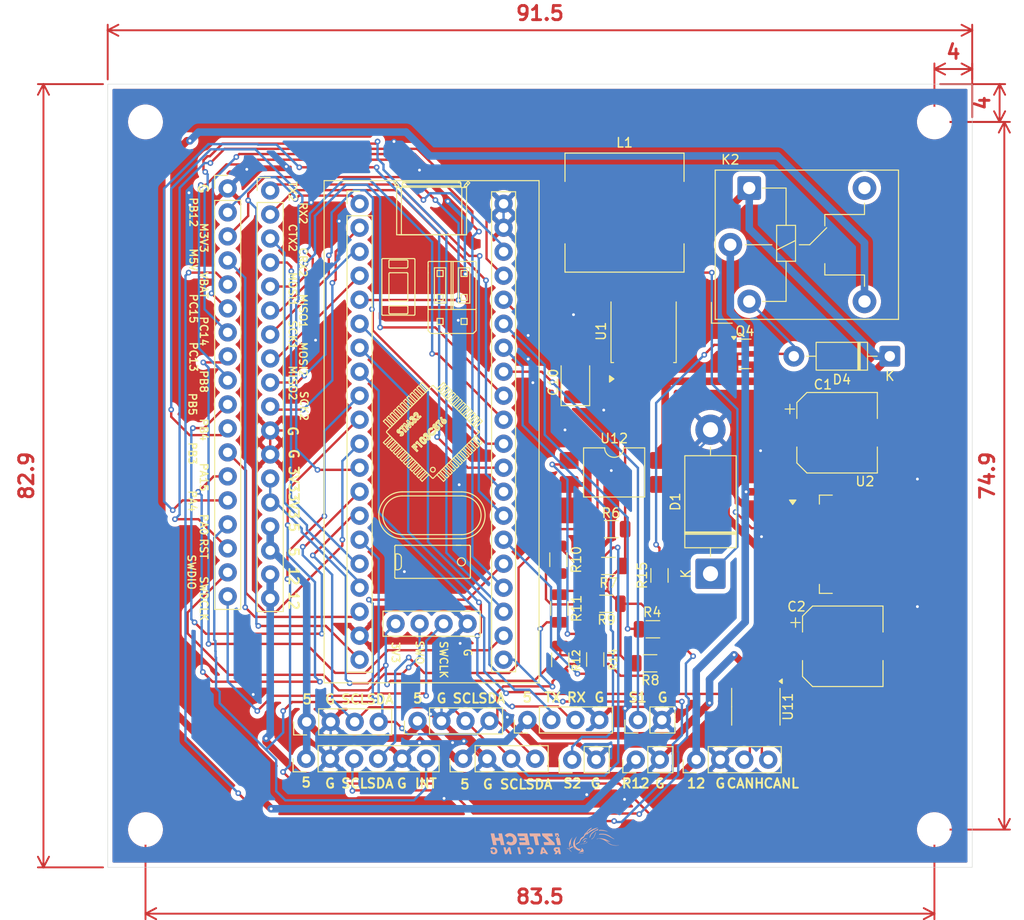
<source format=kicad_pcb>
(kicad_pcb (version 20241229) (generator "pcbnew") (generator_version "9.0")
  (layers (0 "F.Cu" signal) (2 "B.Cu" signal) (13 "F.Paste" user) (15 "B.Paste" user) (5 "F.SilkS" user "F.Silkscreen") (7 "B.SilkS" user "B.Silkscreen") (1 "F.Mask" user) (3 "B.Mask" user) (25 "Edge.Cuts" user))
  (net 0 "")
  (net 1 "/12V")
  (net 2 "GND")
  (net 3 "/5V")
  (net 4 "/3.3V")
  (net 5 "Net-(D1-K)")
  (net 6 "Net-(D4-A)")
  (net 7 "/CAN_TX2")
  (net 8 "/RX2")
  (net 9 "/MOSI1")
  (net 10 "/MOSI2")
  (net 11 "/CAN_RX2")
  (net 12 "/SCK1")
  (net 13 "/MISO2")
  (net 14 "/MISO1")
  (net 15 "/SCK2")
  (net 16 "/TX2")
  (net 17 "/PC15")
  (net 18 "/PA4")
  (net 19 "/PC13")
  (net 20 "/PB5")
  (net 21 "/SWDCLK")
  (net 22 "/SWDIO")
  (net 23 "/MCU_3V3")
  (net 24 "/PB8")
  (net 25 "/PC14")
  (net 26 "/PA0")
  (net 27 "/RST")
  (net 28 "/PB3")
  (net 29 "/PB4")
  (net 30 "/PA15")
  (net 31 "/VBAT")
  (net 32 "/MCU_5V")
  (net 33 "/3A3")
  (net 34 "/Servo1")
  (net 35 "/Servo2")
  (net 37 "/SCL2")
  (net 38 "/SDA2")
  (net 39 "/SCL1")
  (net 40 "/SDA1")
  (net 41 "/PA1")
  (net 42 "/TX1")
  (net 43 "/CAN_RX1")
  (net 44 "/CAN_TX1")
  (net 45 "/PB12")
  (net 46 "/RX1")
  (net 47 "/CANL")
  (net 48 "/CANH")
  (net 50 "Net-(Q4-B)")
  (net 51 "Net-(R14-Pad1)")
  (net 52 "Net-(R15-Pad1)")
  (footprint "MountingHole:MountingHole_3.2mm_M3" (layer "F.Cu") (at 218.9 126.7)
    (property "Reference" "REF**" (hide yes))
    (property "Value" "MountingHole_3.2mm_M3")
  )
  (footprint "Diode_THT:D_DO-201AD_P15.24mm_Horizontal" (layer "F.Cu") (at 195.2 99.62 90)
    (property "Reference" "D1")
    (property "Value" "1N5822")
  )
  (footprint "Connector_PinHeader_2.54mm:PinHeader_1x02_P2.54mm_Vertical" (layer "F.Cu") (at 187.3 119.3 90)
    (property "Reference" "M3" (hide yes))
    (property "Value" "Motor_DC")
  )
  (footprint "Resistor_SMD:R_1206_3216Metric" (layer "F.Cu") (at 179.1 98.1375 90)
    (property "Reference" "R10")
    (property "Value" "4.7k")
  )
  (footprint "Connector_PinHeader_2.54mm:PinHeader_1x04_P2.54mm_Vertical" (layer "F.Cu") (at 169.02 119.2 90)
    (property "Reference" "U8" (hide yes))
    (property "Value" "module_mlx90614")
  )
  (footprint "Connector_PinHeader_2.54mm:PinHeader_1x02_P2.54mm_Vertical" (layer "F.Cu") (at 187.52 115.1 90)
    (property "Reference" "M1" (hide yes))
    (property "Value" "Motor_Servo")
  )
  (footprint "Resistor_SMD:R_1206_3216Metric" (layer "F.Cu") (at 179.2 103.3 -90)
    (property "Reference" "R11")
    (property "Value" "4.7k")
  )
  (footprint "Resistor_SMD:R_1206_3216Metric" (layer "F.Cu") (at 183 108.7 -90)
    (property "Reference" "R14")
    (property "Value" "470")
  )
  (footprint "Inductor_SMD:L_12x12mm_H8mm" (layer "F.Cu") (at 186.1 61.4)
    (property "Reference" "L1")
    (property "Value" "100uH")
  )
  (footprint "Resistor_SMD:R_1206_3216Metric" (layer "F.Cu") (at 189.8 99.8 90)
    (property "Reference" "R15")
    (property "Value" "220")
  )
  (footprint "MountingHole:MountingHole_3.2mm_M3" (layer "F.Cu") (at 218.9 51.8)
    (property "Reference" "REF**" (hide yes))
    (property "Value" "MountingHole_3.2mm_M3")
  )
  (footprint "Connector_PinHeader_2.54mm:PinHeader_1x04_P2.54mm_Vertical" (layer "F.Cu") (at 175.82 115.1 90)
    (property "Reference" "U5" (hide yes))
    (property "Value" "GY-NEO6MV2")
  )
  (footprint "Package_DIP:SMDIP-4_W9.53mm" (layer "F.Cu") (at 185 88.9)
    (property "Reference" "U12")
    (property "Value" "LTV-817S")
  )
  (footprint "Connector_PinHeader_2.54mm:PinHeader_1x04_P2.54mm_Vertical" (layer "F.Cu") (at 152.46 115.3 90)
    (property "Reference" "U9" (hide yes))
    (property "Value" "module_mlx90614")
  )
  (footprint "MountingHole:MountingHole_3.2mm_M3" (layer "F.Cu") (at 135.4 51.8)
    (property "Reference" "REF**" (hide yes))
    (property "Value" "MountingHole_3.2mm_M3")
  )
  (footprint "Relay_THT:Relay_SPDT_Hongfa_JQC-3FF_0XX-1Z" (layer "F.Cu") (at 199.3 58.8)
    (property "Reference" "K2")
    (property "Value" "JQC-3FF-005-1Z")
  )
  (footprint "Footprints:YAAJ_BluePill_SWD_1" (layer "F.Cu") (at 158.06 60.46)
    (property "Reference" "U13" (hide yes))
    (property "Value" "YAAJ_BluePill_Part_Like_SWD_Breakout" (hide yes))
  )
  (footprint "Diode_THT:D_DO-41_SOD81_P10.16mm_Horizontal" (layer "F.Cu") (at 214.18 76.6 180)
    (property "Reference" "D4")
    (property "Value" "1N5819")
  )
  (footprint "Resistor_SMD:R_1206_3216Metric" (layer "F.Cu") (at 179.3 108.7375 -90)
    (property "Reference" "R12")
    (property "Value" "4.7k")
  )
  (footprint "Connector_PinHeader_2.54mm:PinHeader_1x04_P2.54mm_Vertical" (layer "F.Cu") (at 164.19 115.2 90)
    (property "Reference" "U7" (hide yes))
    (property "Value" "module_mlx90614")
  )
  (footprint "Resistor_SMD:R_1206_3216Metric" (layer "F.Cu") (at 189.1 105.5 180)
    (property "Reference" "R4")
    (property "Value" "4.7k")
  )
  (footprint "Package_TO_SOT_SMD:TO-252-3_TabPin2" (layer "F.Cu") (at 188.12 73.96 90)
    (property "Reference" "U1")
    (property "Value" "LM1117DT-3.3")
  )
  (footprint "Resistor_SMD:R_1206_3216Metric" (layer "F.Cu") (at 188.8 109.1)
    (property "Reference" "R8")
    (property "Value" "4.7k")
  )
  (footprint "Connector_PinHeader_2.54mm:PinHeader_1x04_P2.54mm_Vertical" (layer "F.Cu") (at 193.69 119.3 90)
    (property "Reference" "J3" (hide yes))
    (property "Value" "Screw_Terminal_01x04")
  )
  (footprint "Connector_PinHeader_2.54mm:PinHeader_1x06_P2.54mm_Vertical" (layer "F.Cu") (at 152.4 119.2 90)
    (property "Reference" "U10" (hide yes))
    (property "Value" "module_bmi160")
  )
  (footprint "Capacitor_Tantalum_SMD:CP_EIA-3528-21_Kemet-B" (layer "F.Cu") (at 180.9 79.36 90)
    (property "Reference" "C10")
    (property "Value" "100uF")
  )
  (footprint "Resistor_SMD:R_1206_3216Metric" (layer "F.Cu") (at 184.4 98.8 180)
    (property "Reference" "R7")
    (property "Value" "4.7k")
  )
  (footprint "MountingHole:MountingHole_3.2mm_M3" (layer "F.Cu") (at 135.4 126.7)
    (property "Reference" "REF**" (hide yes))
    (property "Value" "MountingHole_3.2mm_M3")
  )
  (footprint "Connector_PinHeader_2.54mm:PinHeader_1x18_P2.54mm_Vertical" (layer "F.Cu") (at 148.6 59.06)
    (property "Reference" "J1" (hide yes))
    (property "Value" "Screw_Terminal_01x18")
  )
  (footprint "Capacitor_SMD:CP_Elec_8x10" (layer "F.Cu") (at 208.6 84.7)
    (property "Reference" "C1")
    (property "Value" "100uF")
  )
  (footprint "Resistor_SMD:R_1206_3216Metric" (layer "F.Cu") (at 184.2 102.8 180)
    (property "Reference" "R9")
    (property "Value" "4.7k")
  )
  (footprint "Connector_PinHeader_2.54mm:PinHeader_1x18_P2.54mm_Vertical" (layer "F.Cu") (at 144.1 58.84)
    (property "Reference" "J2" (hide yes))
    (property "Value" "Screw_Terminal_01x18")
  )
  (footprint "Package_SO:SOIC-8_3.9x4.9mm_P1.27mm" (layer "F.Cu") (at 200 113.7 -90)
    (property "Reference" "U11")
    (property "Value" "TJA1051T")
  )
  (footprint "Capacitor_SMD:CP_Elec_8x10" (layer "F.Cu") (at 209.2 107.3)
    (property "Reference" "C2")
    (property "Value" "100uF")
  )
  (footprint "Package_TO_SOT_SMD:SOT-23" (layer "F.Cu") (at 198.8375 76.35)
    (property "Reference" "Q4")
    (property "Value" "BC848")
  )
  (footprint "Resistor_SMD:R_1206_3216Metric" (layer "F.Cu") (at 184.7 94.9 180)
    (property "Reference" "R6")
    (property "Value" "4.7k")
  )
  (footprint "Connector_PinHeader_2.54mm:PinHeader_1x02_P2.54mm_Vertical" (layer "F.Cu") (at 180.56 119.3 90)
    (property "Reference" "M2" (hide yes))
    (property "Value" "Motor_Servo")
  )
  (footprint "Package_TO_SOT_SMD:TO-263-5_TabPin3" (layer "F.Cu") (at 211.55 96.5)
    (property "Reference" "U2")
    (property "Value" "LM2576HVS-5")
  )
  (footprint "Footprints:logo222" (layer "B.Cu") (at 179.02326 128.200075 180)
    (property "Reference" "G***" (hide yes))
    (property "Value" "LOGO" (hide yes))
  )
  (gr_rect (start 131.4 47.8) (end 222.9 130.7) (stroke (width 0.05)) (fill no) (layer "Edge.Cuts"))
  (gr_text "CTX2" (at 150.5 62.5 270) (layer "F.SilkS") (effects (font (size 0.8 0.8) (thickness 0.15) (bold yes)) (justify left bottom)))
  (gr_text "PB4" (at 141.1 83.1 270) (layer "F.SilkS") (effects (font (size 0.8 0.8) (thickness 0.15) (bold yes)) (justify left bottom)))
  (gr_text "3V3" (at 150.5 88.1 270) (layer "F.SilkS") (effects (font (size 1 1) (thickness 0.2) (bold yes)) (justify left bottom)))
  (gr_text "PB3" (at 139.9 85.6 270) (layer "F.SilkS") (effects (font (size 0.8 0.8) (thickness 0.15) (bold yes)) (justify left bottom)))
  (gr_text "G\n" (at 189.5 113.3 0) (layer "F.SilkS") (effects (font (size 1 1) (thickness 0.2) (bold yes)) (justify left bottom)))
  (gr_text "TX2" (at 150.5 58 270) (layer "F.SilkS") (effects (font (size 0.8 0.8) (thickness 0.15) (bold yes)) (justify left bottom)))
  (gr_text "5" (at 163.6 113.4 0) (layer "F.SilkS") (effects (font (size 1 1) (thickness 0.2) (bold yes)) (justify left bottom)))
  (gr_text "SDA" (at 158.7 113.5 0) (layer "F.SilkS") (effects (font (size 1 1) (thickness 0.2) (bold yes)) (justify left bottom)))
  (gr_text "PC15" (at 140 69.9 270) (layer "F.SilkS") (effects (font (size 0.8 0.8) (thickness 0.15) (bold yes)) (justify left bottom)))
  (gr_text "PB8" (at 141.1 78 270) (layer "F.SilkS") (effects (font (size 0.8 0.8) (thickness 0.15) (bold yes)) (justify left bottom)))
  (gr_text "5" (at 151.9 113.5 0) (layer "F.SilkS") (effects (font (size 1 1) (thickness 0.2) (bold yes)) (justify left bottom)))
  (gr_text "S1" (at 186.4 113.3 0) (layer "F.SilkS") (effects (font (size 1 1) (thickness 0.2) (bold yes)) (justify left bottom)))
  (gr_text "5" (at 150.5 96.7 270) (layer "F.SilkS") (effects (font (size 1 1) (thickness 0.2) (bold yes)) (justify left bottom)))
  (gr_text "SCL" (at 156 113.5 0) (layer "F.SilkS") (effects (font (size 1 1) (thickness 0.2) (bold yes)) (justify left bottom)))
  (gr_text "12" (at 150.5 98.8 270) (layer "F.SilkS") (effects (font (size 1 1) (thickness 0.2) (bold yes)) (justify left bottom)))
  (gr_text "PA0" (at 141.1 93.2 270) (layer "F.SilkS") (effects (font (size 0.8 0.8) (thickness 0.15) (bold yes)) (justify left bottom)))
  (gr_text "PA4" (at 139.9 90.7 270) (layer "F.SilkS") (effects (font (size 0.8 0.8) (thickness 0.15) (bold yes)) (justify left bottom)))
  (gr_text "SWDIO" (at 139.8 97.5 270) (layer "F.SilkS") (effects (font (size 0.8 0.8) (thickness 0.15) (bold yes)) (justify left bottom)))
  (gr_text "G\n" (at 154.3 113.5 0) (layer "F.SilkS") (effects (font (size 1 1) (thickness 0.2) (bold yes)) (justify left bottom)))
  (gr_text "12" (at 150.5 101.4 270) (layer "F.SilkS") (effects (font (size 1 1) (thickness 0.2) (bold yes)) (justify left bottom)))
  (gr_text "SCK1" (at 150.5 72.7 270) (layer "F.SilkS") (effects (font (size 0.8 0.8) (thickness 0.15) (bold yes)) (justify left bottom)))
  (gr_text "PA15" (at 141.1 87.8 270) (layer "F.SilkS") (effects (font (size 0.8 0.8) (thickness 0.15) (bold yes)) (justify left bottom)))
  (gr_text "SCK2" (at 151.7 80.2 270) (layer "F.SilkS") (effects (font (size 0.8 0.8) (thickness 0.15) (bold yes)) (justify left bottom)))
  (gr_text "RX" (at 179.9 113.3 0) (layer "F.SilkS") (effects (font (size 1 1) (thickness 0.2) (bold yes)) (justify left bottom)))
  (gr_text "MISO1\n" (at 151.6 69.9 270) (layer "F.SilkS") (effects (font (size 0.8 0.8) (thickness 0.15) (bold yes)) (justify left bottom)))
  (gr_text "SCL" (at 167.8 113.4 0) (layer "F.SilkS") (effects (font (size 1 1) (thickness 0.2) (bold yes)) (justify left bottom)))
  (gr_text "G" (at 150.4 83.9 270) (layer "F.SilkS") (effects (font (size 1 1) (thickness 0.2) (bold yes)) (justify left bottom)))
  (gr_text "MOSI2" (at 151.6 75 270) (layer "F.SilkS") (effects (font (size 0.8 0.8) (thickness 0.15) (bold yes)) (justify left bottom)))
  (gr_text "CANL" (at 200.7 122.4 0) (layer "F.SilkS") (effects (font (size 1 1) (thickness 0.2) (bold yes)) (justify left bottom)))
  (gr_text "G\n" (at 161.9 122.4 0) (layer "F.SilkS") (effects (font (size 1 1) (thickness 0.2) (bold yes)) (justify left bottom)))
  (gr_text "MOSI1" (at 150.5 67.6 270) (layer "F.SilkS") (effects (font (size 0.8 0.8) (thickness 0.15) (bold yes)) (justify left bottom)))
  (gr_text "M5V" (at 140 65.1 270) (layer "F.SilkS") (effects (font (size 0.8 0.8) (thickness 0.15) (bold yes)) (justify left bottom)))
  (gr_text "G\n" (at 171 122.5 0) (layer "F.SilkS") (effects (font (size 1 1) (thickness 0.2) (bold yes)) (justify left bottom)))
  (gr_text "SCL" (at 172.8 122.5 0) (layer "F.SilkS") (effects (font (size 1 1) (thickness 0.2) (bold yes)) (justify left bottom)))
  (gr_text "RX2" (at 151.6 60.2 270) (layer "F.SilkS") (effects (font (size 0.8 0.8) (thickness 0.15) (bold yes)) (justify left bottom)))
  (gr_text "RST" (at 141.1 95.8 270) (layer "F.SilkS") (effects (font (size 0.8 0.8) (thickness 0.15) (bold yes)) (justify left bottom)))
  (gr_text "G\n" (at 182.4 122.4 0) (layer "F.SilkS") (effects (font (size 1 1) (thickness 0.2) (bold yes)) (justify left bottom)))
  (gr_text "M3V3" (at 141.1 62.4 270) (layer "F.SilkS") (effects (font (size 0.8 0.8) (thickness 0.15) (bold yes)) (justify left bottom)))
  (gr_text "G\n" (at 166.1 113.4 0) (layer "F.SilkS") (effects (font (size 1 1) (thickness 0.2) (bold yes)) (justify left bottom)))
  (gr_text "VBAT" (at 141.1 67.6 270) (layer "F.SilkS") (effects (font (size 0.8 0.8) (thickness 0.15) (bold yes)) (justify left bottom)))
  (gr_text "SDA" (at 170.5 113.4 0) (layer "F.SilkS") (effects (font (size 1 1) (thickness 0.2) (bold yes)) (justify left bottom)))
  (gr_text "CANH" (at 196.8 122.4 0) (layer "F.SilkS") (effects (font (size 1 1) (thickness 0.2) (bold yes)) (justify left bottom)))
  (gr_text "SWDCLK" (at 141.1 99.8 270) (layer "F.SilkS") (effects (font (size 0.8 0.8) (thickness 0.15) (bold yes)) (justify left bottom)))
  (gr_text "G\n" (at 195.6 122.4 0) (layer "F.SilkS") (effects (font (size 1 1) (thickness 0.2) (bold yes)) (justify left bottom)))
  (gr_text "INT\n" (at 163.8 122.4 0) (layer "F.SilkS") (effects (font (size 1 1) (thickness 0.2) (bold yes)) (justify left bottom)))
  (gr_text "CRX2" (at 151.6 65 270) (layer "F.SilkS") (effects (font (size 0.8 0.8) (thickness 0.15) (bold yes)) (justify left bottom)))
  (gr_text "G" (at 140.9 58.2 270) (layer "F.SilkS") (effects (font (size 1 1) (thickness 0.2) (bold yes)) (justify left bottom)))
  (gr_text "5" (at 168.6 122.5 0) (layer "F.SilkS") (effects (font (size 1 1) (thickness 0.2) (bold yes)) (justify left bottom)))
  (gr_text "PC13\n" (at 140 75 270) (layer "F.SilkS") (effects (font (size 0.8 0.8) (thickness 0.15) (bold yes)) (justify left bottom)))
  (gr_text "3V3" (at 150.5 90.9 270) (layer "F.SilkS") (effects (font (size 1 1) (thickness 0.2) (bold yes)) (justify left bottom)))
  (gr_text "G\n" (at 182.8 113.3 0) (layer "F.SilkS") (effects (font (size 1 1) (thickness 0.2) (bold yes)) (justify left bottom)))
  (gr_text "12" (at 192.6 122.4 0) (layer "F.SilkS") (effects (font (size 1 1) (thickness 0.2) (bold yes)) (justify left bottom)))
  (gr_text "R12" (at 185.7 122.4 0) (layer "F.SilkS") (effects (font (size 1 1) (thickness 0.2) (bold yes)) (justify left bottom)))
  (gr_text "S2" (at 179.5 122.4 0) (layer "F.SilkS") (effects (font (size 1 1) (thickness 0.2) (bold yes)) (justify left bottom)))
  (gr_text "5" (at 150.5 94.1 270) (layer "F.SilkS") (effects (font (size 1 1) (thickness 0.2) (bold yes)) (justify left bottom)))
  (gr_text "TX" (at 177.5 113.3 0) (layer "F.SilkS") (effects (font (size 1 1) (thickness 0.2) (bold yes)) (justify left bottom)))
  (gr_text "5" (at 151.8 122.3 0) (layer "F.SilkS") (effects (font (size 1 1) (thickness 0.2) (bold yes)) (justify left bottom)))
  (gr_text "PC14" (at 141.1 72.3 270) (layer "F.SilkS") (effects (font (size 0.8 0.8) (thickness 0.15) (bold yes)) (justify left bottom)))
  (gr_text "MISO2" (at 150.5 77.5 270) (layer "F.SilkS") (effects (font (size 0.8 0.8) (thickness 0.15) (bold yes)) (justify left bottom)))
  (gr_text "G\n" (at 189.2 122.4 0) (layer "F.SilkS") (effects (font (size 1 1) (thickness 0.2) (bold yes)) (justify left bottom)))
  (gr_text "SDA" (at 175.5 122.5 0) (layer "F.SilkS") (effects (font (size 1 1) (thickness 0.2) (bold yes)) (justify left bottom)))
  (gr_text "PB12" (at 140 59.7 270) (layer "F.SilkS") (effects (font (size 0.8 0.8) (thickness 0.15) (bold yes)) (justify left bottom)))
  (gr_text "G" (at 150.5 86.3 270) (layer "F.SilkS") (effects (font (size 1 1) (thickness 0.2) (bold yes)) (justify left bottom)))
  (gr_text "SCL" (at 156 122.4 0) (layer "F.SilkS") (effects (font (size 1 1) (thickness 0.2) (bold yes)) (justify left bottom)))
  (gr_text "SDA" (at 158.7 122.4 0) (layer "F.SilkS") (effects (font (size 1 1) (thickness 0.2) (bold yes)) (justify left bottom)))
  (gr_text "PB5" (at 139.9 80.4 270) (layer "F.SilkS") (effects (font (size 0.8 0.8) (thickness 0.15) (bold yes)) (justify left bottom)))
  (gr_text "5" (at 175.2 113.3 0) (layer "F.SilkS") (effects (font (size 1 1) (thickness 0.2) (bold yes)) (justify left bottom)))
  (gr_text "G\n" (at 154.3 122.4 0) (layer "F.SilkS") (effects (font (size 1 1) (thickness 0.2) (bold yes)) (justify left bottom)))
  (dimension (type orthogonal) (layer "F.Cu") (pts (xy 135.4 126.7) (xy 218.9 126.7)) (height 8.9) (orientation 0) (format (prefix "") (suffix "") (units 3) (units_format 0) (precision 4) (suppress_zeroes yes)) (style (thickness 0.2) (arrow_length 1.27) (text_position_mode 0) (arrow_direction outward) (extension_height 0.58642) (extension_offset 0.5) (keep_text_aligned yes)) (gr_text "83.5" (at 177.15 133.8 0) (layer "F.Cu") (effects (font (size 1.5 1.5) (thickness 0.3)))))
  (dimension (type orthogonal) (layer "F.Cu") (pts (xy 218.9 51.8) (xy 222.9 51.8)) (height -5.6) (orientation 0) (format (prefix "") (suffix "") (units 3) (units_format 0) (precision 4) (suppress_zeroes yes)) (style (thickness 0.2) (arrow_length 1.27) (text_position_mode 0) (arrow_direction outward) (extension_height 0.58642) (extension_offset 0.5) (keep_text_aligned yes)) (gr_text "4" (at 220.9 44.4 0) (layer "F.Cu") (effects (font (size 1.5 1.5) (thickness 0.3)))))
  (dimension (type orthogonal) (layer "F.Cu") (pts (xy 131.4 47.8) (xy 222.9 47.8)) (height -5.7) (orientation 0) (format (prefix "") (suffix "") (units 3) (units_format 0) (precision 4) (suppress_zeroes yes)) (style (thickness 0.2) (arrow_length 1.27) (text_position_mode 0) (arrow_direction outward) (extension_height 0.58642) (extension_offset 0.5) (keep_text_aligned yes)) (gr_text "91.5" (at 177.15 40.3 0) (layer "F.Cu") (effects (font (size 1.5 1.5) (thickness 0.3)))))
  (dimension (type orthogonal) (layer "F.Cu") (pts (xy 218.9 51.8) (xy 219 47.8)) (height 6.9) (orientation 1) (format (prefix "") (suffix "") (units 3) (units_format 0) (precision 4) (suppress_zeroes yes)) (style (thickness 0.2) (arrow_length 1.27) (text_position_mode 0) (arrow_direction outward) (extension_height 0.58642) (extension_offset 0.5) (keep_text_aligned yes)) (gr_text "4" (at 224 49.8 90) (layer "F.Cu") (effects (font (size 1.5 1.5) (thickness 0.3)))))
  (dimension (type orthogonal) (layer "F.Cu") (pts (xy 218.9 51.8) (xy 218.9 126.7)) (height 7.4) (orientation 1) (format (prefix "") (suffix "") (units 3) (units_format 0) (precision 4) (suppress_zeroes yes)) (style (thickness 0.2) (arrow_length 1.27) (text_position_mode 0) (arrow_direction outward) (extension_height 0.58642) (extension_offset 0.5) (keep_text_aligned yes)) (gr_text "74.9" (at 224.5 89.25 90) (layer "F.Cu") (effects (font (size 1.5 1.5) (thickness 0.3)))))
  (dimension (type orthogonal) (layer "F.Cu") (pts (xy 131.4 47.8) (xy 131.4 130.7)) (height -6.8) (orientation 1) (format (prefix "") (suffix "") (units 3) (units_format 0) (precision 4) (suppress_zeroes yes)) (style (thickness 0.2) (arrow_length 1.27) (text_position_mode 0) (arrow_direction outward) (extension_height 0.58642) (extension_offset 0.5) (keep_text_aligned yes)) (gr_text "82.9" (at 122.8 89.25 90) (layer "F.Cu") (effects (font (size 1.5 1.5) (thickness 0.3)))))
  (segment (start 203.9 85.1) (end 204.3 84.7) (width 0.8) (layer "F.Cu") (net 1))
  (segment (start 203.9 93.1) (end 203.9 90.95) (width 0.8) (layer "F.Cu") (net 1))
  (segment (start 151.7738 121.0023) (end 148.1674 117.3959) (width 0.8) (layer "F.Cu") (net 1))
  (segment (start 191.9877 121.0023) (end 151.7738 121.0023) (width 0.8) (layer "F.Cu") (net 1))
  (segment (start 203.9 90.95) (end 203.9 85.1) (width 0.8) (layer "F.Cu") (net 1))
  (segment (start 148.1674 117.3959) (end 148.1674 117.05) (width 0.8) (layer "F.Cu") (net 1))
  (segment (start 193.69 119.3) (end 191.9877 121.0023) (width 0.8) (layer "F.Cu") (net 1))
  (segment (start 203.9 90.95) (end 198.9673 90.95) (width 0.8) (layer "F.Cu") (net 1))
  (via (at 148.1674 117.05) (size 0.6) (drill 0.3) (layers "F.Cu" "B.Cu") (net 1))
  (via (at 198.9673 90.95) (size 0.6) (drill 0.3) (layers "F.Cu" "B.Cu") (net 1))
  (segment (start 193.69 112.47524) (end 193.69 109.91) (width 0.8) (layer "B.Cu") (net 1))
  (segment (start 148.6 102.24) (end 148.6 116.6174) (width 0.8) (layer "B.Cu") (net 1))
  (segment (start 193.7223 112.50754) (end 193.69 112.47524) (width 0.8) (layer "B.Cu") (net 1))
  (segment (start 193.7223 113.79326) (end 193.7223 112.50754) (width 0.8) (layer "B.Cu") (net 1))
  (segment (start 193.69 109.91) (end 198.8781 104.7219) (width 0.8) (layer "B.Cu") (net 1))
  (segment (start 148.6 116.6174) (end 148.1674 117.05) (width 0.8) (layer "B.Cu") (net 1))
  (segment (start 197.3 71.9613) (end 197.3 64.8) (width 0.8) (layer "B.Cu") (net 1))
  (segment (start 198.8781 104.7219) (end 198.8781 90.95) (width 0.8) (layer "B.Cu") (net 1))
  (segment (start 198.9673 90.95) (end 198.8781 90.95) (width 0.8) (layer "B.Cu") (net 1))
  (segment (start 193.69 113.82556) (end 193.7223 113.79326) (width 0.8) (layer "B.Cu") (net 1))
  (segment (start 193.69 119.3) (end 193.69 113.82556) (width 0.8) (layer "B.Cu") (net 1))
  (segment (start 198.8781 73.5394) (end 197.3 71.9613) (width 0.8) (layer "B.Cu") (net 1))
  (segment (start 148.6 99.7) (end 148.6 102.24) (width 0.8) (layer "B.Cu") (net 1))
  (segment (start 198.8781 90.95) (end 198.8781 73.5394) (width 0.8) (layer "B.Cu") (net 1))
  (segment (start 185.6 123) (end 186.1 123.5) (width 0.25) (layer "F.Cu") (net 2))
  (segment (start 160.721 103.519) (end 168.099 103.519) (width 0.25) (layer "F.Cu") (net 2))
  (segment (start 155.5 81.5) (end 155.5 77) (width 0.25) (layer "F.Cu") (net 2))
  (segment (start 149.1 115.7) (end 150.8 117.4) (width 0.25) (layer "F.Cu") (net 2))
  (segment (start 205.1 123.4) (end 194.53 123.4) (width 0.25) (layer "F.Cu") (net 2))
  (segment (start 155.9 62.3) (end 154.9 62.3) (width 0.25) (layer "F.Cu") (net 2))
  (segment (start 149.4 122.6) (end 146.2 119.4) (width 0.25) (layer "F.Cu") (net 2))
  (segment (start 168.5 72.8) (end 170.6 70.7) (width 0.25) (layer "F.Cu") (net 2))
  (segment (start 176.4 86.4) (end 176.4 79.4) (width 0.25) (layer "F.Cu") (net 2))
  (segment (start 213.4 107.3) (end 211.574 109.126) (width 0.25) (layer "F.Cu") (net 2))
  (segment (start 190.06 115.1) (end 190.1754 115.1) (width 0.25) (layer "F.Cu") (net 2))
  (segment (start 144.1 58.84) (end 146.12 56.82) (width 0.25) (layer "F.Cu") (net 2))
  (segment (start 146.12 56.82) (end 146.415 56.525) (width 0.25) (layer "F.Cu") (net 2))
  (segment (start 139.5 58.8) (end 139.5 56.5) (width 0.25) (layer "F.Cu") (net 2))
  (segment (start 146.2 119.4) (end 146.2 117.2) (width 0.25) (layer "F.Cu") (net 2))
  (segment (start 175.9 76.9) (end 175.9 74.4) (width 0.25) (layer "F.Cu") (net 2))
  (segment (start 171.12 60.82) (end 173.3 63) (width 0.25) (layer "F.Cu") (net 2))
  (segment (start 153.14 117.4) (end 154.94 119.2) (width 0.25) (layer "F.Cu") (net 2))
  (segment (start 142.34 60.6) (end 140.1 60.6) (width 0.25) (layer "F.Cu") (net 2))
  (segment (start 182.1 123) (end 185.6 123) (width 0.25) (layer "F.Cu") (net 2))
  (segment (start 146.2 113) (end 146.8 112.4) (width 0.25) (layer "F.Cu") (net 2))
  (segment (start 168.099 103.519) (end 169.49 104.91) (width 0.25) (layer "F.Cu") (net 2))
  (segment (start 200.635 114.381256) (end 201.905 115.651256) (width 0.25) (layer "F.Cu") (net 2))
  (segment (start 200.5 86.6) (end 197.42 86.6) (width 0.25) (layer "F.Cu") (net 2))
  (segment (start 143.24 59.7) (end 140.4 59.7) (width 0.25) (layer "F.Cu") (net 2))
  (segment (start 167.4 60.2) (end 167.4 59.9) (width 0.25) (layer "F.Cu") (net 2))
  (segment (start 194.53 123.4) (end 193.33 122.2) (width 0.25) (layer "F.Cu") (net 2))
  (segment (start 171.12 58.28) (end 171.12 60.82) (width 0.25) (layer "F.Cu") (net 2))
  (segment (start 184.66 77.82) (end 180.9 77.82) (width 0.25) (layer "F.Cu") (net 2))
  (segment (start 144.1 58.84) (end 143.24 59.7) (width 0.25) (layer "F.Cu") (net 2))
  (segment (start 150.8 117.4) (end 153.14 117.4) (width 0.25) (layer "F.Cu") (net 2))
  (segment (start 171.12 58.28) (end 173.3 60.46) (width 0.25) (layer "F.Cu") (net 2))
  (segment (start 149.4 122.6) (end 150.2 123.4) (width 0.25) (layer "F.Cu") (net 2))
  (segment (start 165.84 53) (end 171.12 58.28) (width 0.25) (layer "F.Cu") (net 2))
  (segment (start 161.374 53.874) (end 160.5 53) (width 0.25) (layer "F.Cu") (net 2))
  (segment (start 176.4 86.7) (end 176.4 86.4) (width 0.25) (layer "F.Cu") (net 2))
  (segment (start 187.8 122.2) (end 193.33 122.2) (width 0.25) (layer "F.Cu") (net 2))
  (segment (start 166.73 115.2) (end 166.301798 115.2) (width 0.25) (layer "F.Cu") (net 2))
  (segment (start 150.2 123.4) (end 167 123.4) (width 0.25) (layer "F.Cu") (net 2))
  (segment (start 180.235 90.17) (end 177.97 90.17) (width 0.25) (layer "F.Cu") (net 2))
  (segment (start 200.635 110.565) (end 200.635 111.225) (width 0.25) (layer "F.Cu") (net 2))
  (segment (start 180.9 72.4) (end 180.9 77.82) (width 0.25) (layer "F.Cu") (net 2))
  (segment (start 154.9 62.3) (end 152.925797 60.325797) (width 0.25) (layer "F.Cu") (net 2))
  (segment (start 170.987172 119.2) (end 171.56 119.2) (width 0.25) (layer "F.Cu") (net 2))
  (segment (start 168.7 106.9933) (end 158.8733 106.9933) (width 0.25) (layer "F.Cu") (net 2))
  (segment (start 206.5 118.1) (end 206.5 122) (width 0.25) (layer "F.Cu") (net 2))
  (segment (start 188.449 117.909) (end 189.84 119.3) (width 0.25) (layer "F.Cu") (net 2))
  (segment (start 176.349828 117.597) (end 173.7 114.947172) (width 0.25) (layer "F.Cu") (net 2))
  (segment (start 144.1 58.84) (end 142.34 60.6) (width 0.25) (layer "F.Cu") (net 2))
  (segment (start 170.6 69.2439) (end 169.2561 67.9) (width 0.25) (layer "F.Cu") (net 2))
  (segment (start 202.074 109.126) (end 200.635 110.565) (width 0.25) (layer "F.Cu") (net 2))
  (segment (start 162.56 119.2) (end 164.26 117.5) (width 0.25) (layer "F.Cu") (net 2))
  (segment (start 188.669 113.709) (end 184.831 113.709) (width 0.25) (layer "F.Cu") (net 2))
  (segment (start 161.7 53.874) (end 161.374 53.874) (width 0.25) (layer "F.Cu") (net 2))
  (segment (start 184.831 113.709) (end 183.44 115.1) (width 0.25) (layer "F.Cu") (net 2))
  (segment (start 201.905 116.175) (end 204.575 116.175) (width 0.25) (layer "F.Cu") (net 2))
  (segment (start 146.415 56.525) (end 150.3 56.525) (width 0.25) (layer "F.Cu") (net 2))
  (segment (start 183.44 115.1) (end 184.6646 113.8754) (width 0.25) (layer "F.Cu") (net 2))
  (segment (start 167.4 59.9) (end 164.4 56.9) (width 0.25) (layer "F.Cu") (net 2))
  (segment (start 158.06 106.18) (end 160.721 103.519) (width 0.25) (layer "F.Cu") (net 2))
  (segment (start 183.1 119.3) (end 184.491 117.909) (width 0.25) (layer "F.Cu") (net 2))
  (segment (start 184.6 117.909) (end 188.449 117.909) (width 0.25) (layer "F.Cu") (net 2))
  (segment (start 166.73 115.2) (end 167.902107 116.372107) (width 0.25) (layer "F.Cu") (net 2))
  (segment (start 164.26 117.5) (end 164.4 117.5) (width 0.25) (layer "F.Cu") (net 2))
  (segment (start 170.6 69.9) (end 170.6 69.2439) (width 0.25) (layer "F.Cu") (net 2))
  (segment (start 190.06 115.1) (end 188.669 113.709) (width 0.25) (layer "F.Cu") (net 2))
  (segment (start 213 96.45) (end 213.05 96.5) (width 0.25) (layer "F.Cu") (net 2))
  (segment (start 140 59.3) (end 139.5 58.8) (width 0.25) (layer "F.Cu") (net 2))
  (segment (start 166.73 115.2) (end 166.987172 115.2) (width 0.25) (layer "F.Cu") (net 2))
  (segment (start 183.1 119.3) (end 181.397 117.597) (width 0.25) (layer "F.Cu") (net 2))
  (segment (start 184.6646 113.8754) (end 186.1599 113.8754) (width 0.25) (layer "F.Cu") (net 2))
  (segment (start 206.5 122) (end 205.1 123.4) (width 0.25) (layer "F.Cu") (net 2))
  (segment (start 162.8 99.4) (end 168.6 93.6) (width 0.25) (layer "F.Cu") (net 2))
  (segment (start 180.7 72.2) (end 180.9 72.4) (width 0.25) (layer "F.Cu") (net 2))
  (segment (start 155.5 77) (end 153.4 74.9) (width 0.25) (layer "F.Cu") (net 2))
  (segment (start 160.5 53) (end 165.84 53) (width 0.25) (layer "F.Cu") (net 2))
  (segment (start 197.42 86.6) (end 195.2 84.38) (width 0.25) (layer "F.Cu") (net 2))
  (segment (start 173.7 114.947172) (end 173.7 114.8) (width 0.25) (layer "F.Cu") (net 2))
  (segment (start 201.905 115.651256) (end 201.905 116.175) (width 0.25) (layer "F.Cu") (net 2))
  (segment (start 185.84 79) (end 184.66 77.82) (width 0.25) (layer "F.Cu") (net 2))
  (segment (start 176.4 86.4) (end 177.8 86.4) (width 0.25) (layer "F.Cu") (net 2))
  (segment (start 139.5 56.5) (end 143 53) (width 0.25) (layer "F.Cu") (net 2))
  (segment (start 147.7 115.7) (end 149.1 115.7) (width 0.25) (layer "F.Cu") (net 2))
  (segment (start 176.4 88.6) (end 176.4 86.7) (width 0.25) (layer "F.Cu") (net 2))
  (segment (start 201.4 96.5) (end 200.6 95.7) (width 0.25) (layer "F.Cu") (net 2))
  (segment (start 152.54 84.46) (end 155.5 81.5) (width 0.25) (layer "F.Cu") (net 2))
  (segment (start 191.231 117.909) (end 194.839 117.909) (width 0.25) (layer "F.Cu") (net 2))
  (segment (start 146.2 117.2) (end 146.2 113) (width 0.25) (layer "F.Cu") (net 2))
  (segment (start 166.987172 115.2) (end 170.987172 119.2) (width 0.25) (layer "F.Cu") (net 2))
  (segment (start 184.7 88.7) (end 184.7 83.1) (width 0.25) (layer "F.Cu") (net 2))
  (segment (start 177.8 86.4) (end 179.8 84.4) (width 0.25) (layer "F.Cu") (net 2))
  (segment (start 200.635 111.225) (end 200.635 114.381256) (width 0.25) (layer "F.Cu") (net 2))
  (segment (start 213 84.7) (end 213 96.45) (width 0.25) (layer "F.Cu") (net 2))
  (segment (start 190.1754 115.1) (end 191.4 113.8754) (width 0.25) (layer "F.Cu") (net 2))
  (segment (start 170.6 70.7) (end 170.6 69.9) (width 0.25) (layer "F.Cu") (net 2))
  (segment (start 146.2 117.2) (end 147.7 115.7) (width 0.25) (layer "F.Cu") (net 2))
  (segment (start 203.9 96.5) (end 201.4 96.5) (width 0.25) (layer "F.Cu") (net 2))
  (segment (start 167.902107 116.372107) (end 167.902107 117.497893) (width 0.25) (layer "F.Cu") (net 2))
  (segment (start 194.839 117.909) (end 196.23 119.3) (width 0.25) (layer "F.Cu") (net 2))
  (segment (start 184.491 117.909) (end 184.6 117.909) (width 0.25) (layer "F.Cu") (net 2))
  (segment (start 148.6 84.46) (end 152.54 84.46) (width 0.25) (layer "F.Cu") (net 2))
  (segment (start 148.6 84.46) (end 148.6 87) (width 0.25) (layer "F.Cu") (net 2))
  (segment (start 193.33 122.2) (end 196.23 119.3) (width 0.25) (layer "F.Cu") (net 2))
  (segment (start 158.8733 106.9933) (end 158.06 106.18) (width 0.25) (layer "F.Cu") (net 2))
  (segment (start 211.574 109.126) (end 202.074 109.126) (width 0.25) (layer "F.Cu") (net 2))
  (segment (start 181.397 117.597) (end 176.349828 117.597) (width 0.25) (layer "F.Cu") (net 2))
  (segment (start 143 53) (end 160.5 53) (width 0.25) (layer "F.Cu") (net 2))
  (segment (start 177.97 90.17) (end 176.4 88.6) (width 0.25) (layer "F.Cu") (net 2))
  (segment (start 140.4 59.7) (end 140 59.3) (width 0.25) (layer "F.Cu") (net 2))
  (segment (start 168.6 93.6) (end 168.6 90.2) (width 0.25) (layer "F.Cu") (net 2))
  (segment (start 203.9 96.5) (end 213.05 96.5) (width 0.25) (layer "F.Cu") (net 2))
  (segment (start 184.7 83.1) (end 183.9 82.3) (width 0.25) (layer "F.Cu") (net 2))
  (segment (start 166.301798 115.2) (end 165.577098 114.4753) (width 0.25) (layer "F.Cu") (net 2))
  (segment (start 204.575 116.175) (end 206.5 118.1) (width 0.25) (layer "F.Cu") (net 2))
  (segment (start 189.84 119.3) (end 191.231 117.909) (width 0.25) (layer "F.Cu") (net 2))
  (via (at 165.577098 114.4753) (size 0.6) (drill 0.3) (layers "F.Cu" "B.Cu") (net 2))
  (via (at 176.4 79.4) (size 0.6) (drill 0.3) (layers "F.Cu" "B.Cu") (net 2))
  (via (at 146.8 112.4) (size 0.6) (drill 0.3) (layers "F.Cu" "B.Cu") (net 2))
  (via (at 168.5 72.8) (size 0.6) (drill 0.3) (layers "F.Cu" "B.Cu") (net 2))
  (via (at 140.1 60.6) (size 0.6) (drill 0.3) (layers "F.Cu" "B.Cu") (net 2))
  (via (at 175.9 74.4) (size 0.6) (drill 0.3) (layers "F.Cu" "B.Cu") (net 2))
  (via (at 168.7 106.9933) (size 0.6) (drill 0.3) (layers "F.Cu" "B.Cu") (net 2))
  (via (at 180.7 72.2) (size 0.6) (drill 0.3) (layers "F.Cu" "B.Cu") (net 2))
  (via (at 217.1 103.1) (size 0.6) (drill 0.3) (layers "F.Cu" "B.Cu") (net 2))
  (via (at 184.6 117.909) (size 0.6) (drill 0.3) (layers "F.Cu" "B.Cu") (net 2))
  (via (at 186.1599 113.8754) (size 0.6) (drill 0.3) (layers "F.Cu" "B.Cu") (net 2))
  (via (at 164.4 56.9) (size 0.6) (drill 0.3) (layers "F.Cu" "B.Cu") (net 2))
  (via (at 187.8 122.2) (size 0.6) (drill 0.3) (layers "F.Cu" "B.Cu") (net 2))
  (via (at 191.4 113.8754) (size 0.6) (drill 0.3) (layers "F.Cu" "B.Cu") (net 2))
  (via (at 161.7 53.874) (size 0.6) (drill 0.3) (layers "F.Cu" "B.Cu") (net 2))
  (via (at 146.12 56.82) (size 0.6) (drill 0.3) (layers "F.Cu" "B.Cu") (net 2))
  (via (at 183.9 82.3) (size 0.6) (drill 0.3) (layers "F.Cu" "B.Cu") (net 2))
  (via (at 152.925797 60.325797) (size 0.6) (drill 0.3) (layers "F.Cu" "B.Cu") (net 2))
  (via (at 167.902107 117.497893) (size 0.6) (drill 0.3) (layers "F.Cu" "B.Cu") (net 2))
  (via (at 186.1 123.5) (size 0.6) (drill 0.3) (layers "F.Cu" "B.Cu") (net 2))
  (via (at 153.4 74.9) (size 0.6) (drill 0.3) (layers "F.Cu" "B.Cu") (net 2))
  (via (at 179.8 84.4) (size 0.6) (drill 0.3) (layers "F.Cu" "B.Cu") (net 2))
  (via (at 150.3 56.525) (size 0.6) (drill 0.3) (layers "F.Cu" "B.Cu") (net 2))
  (via (at 168.6 90.2) (size 0.6) (drill 0.3) (layers "F.Cu" "B.Cu") (net 2))
  (via (at 200.5 86.6) (size 0.6) (drill 0.3) (layers "F.Cu" "B.Cu") (net 2))
  (via (at 175.9 76.9) (size 0.6) (drill 0.3) (layers "F.Cu" "B.Cu") (net 2))
  (via (at 173.7 114.8) (size 0.6) (drill 0.3) (layers "F.Cu" "B.Cu") (net 2))
  (via (at 182.1 123) (size 0.6) (drill 0.3) (layers "F.Cu" "B.Cu") (net 2))
  (via (at 167 123.4) (size 0.6) (drill 0.3) (layers "F.Cu" "B.Cu") (net 2))
  (via (at 162.8 99.4) (size 0.6) (drill 0.3) (layers "F.Cu" "B.Cu") (net 2))
  (via (at 169.2561 67.9) (size 0.6) (drill 0.3) (layers "F.Cu" "B.Cu") (net 2))
  (via (at 167.4 60.2) (size 0.6) (drill 0.3) (layers "F.Cu" "B.Cu") (net 2))
  (via (at 164.4 117.5) (size 0.6) (drill 0.3) (layers "F.Cu" "B.Cu") (net 2))
  (via (at 200.6 95.7) (size 0.6) (drill 0.3) (layers "F.Cu" "B.Cu") (net 2))
  (via (at 169.093586 117.3336) (size 0.6) (drill 0.3) (layers "F.Cu" "B.Cu") (net 2))
  (via (at 184.7 88.7) (size 0.6) (drill 0.3) (layers "F.Cu" "B.Cu") (net 2))
  (via (at 140 59.3) (size 0.6) (drill 0.3) (layers "F.Cu" "B.Cu") (net 2))
  (via (at 217.1 89.6) (size 0.6) (drill 0.3) (layers "F.Cu" "B.Cu") (net 2))
  (via (at 155.9 62.3) (size 0.6) (drill 0.3) (layers "F.Cu" "B.Cu") (net 2))
  (segment (start 173.3 60.46) (end 173.3 63) (width 0.25) (layer "B.Cu") (net 2))
  (segment (start 166.73 115.2) (end 168.7 113.23) (width 0.25) (layer "B.Cu") (net 2))
  (segment (start 168.6 90.2) (end 168.6 72.9) (width 0.25) (layer "B.Cu") (net 2))
  (segment (start 169.2 63.6561) (end 169.2 62) (width 0.25) (layer "B.Cu") (net 2))
  (segment (start 191.4 113.8754) (end 191.4 88.98) (width 0.25) (layer "B.Cu") (net 2))
  (segment (start 168.6 72.9) (end 168.5 72.8) (width 0.25) (layer "B.Cu") (net 2))
  (segment (start 144.16 58.84) (end 146.12 56.88) (width 0.25) (layer "B.Cu") (net 2))
  (segment (start 166.73 107.67) (end 166.73 112.9) (width 0.25) (layer "B.Cu") (net 2))
  (segment (start 140.1 59.4) (end 140 59.3) (width 0.25) (layer "B.Cu") (net 2))
  (segment (start 169.46 121.3) (end 171.56 119.2) (width 0.25) (layer "B.Cu") (net 2))
  (segment (start 167 123.4) (end 167.36 123.4) (width 0.25) (layer "B.Cu") (net 2))
  (segment (start 168.927186 117.5) (end 169.093586 117.3336) (width 0.25) (layer "B.Cu") (net 2))
  (segment (start 164.4 56.9) (end 169.74 56.9) (width 0.25) (layer "B.Cu") (net 2))
  (segment (start 169.74 56.9) (end 173.3 60.46) (width 0.25) (layer "B.Cu") (net 2))
  (segment (start 146.12 56.88) (end 146.12 56.82) (width 0.25) (layer "B.Cu") (net 2))
  (segment (start 168.7 113.23) (end 168.7 109.7) (width 0.25) (layer "B.Cu") (net 2))
  (segment (start 175.9 74.4) (end 178.5 74.4) (width 0.25) (layer "B.Cu") (net 2))
  (segment (start 165.577098 114.4753) (end 165.577098 114.052902) (width 0.25) (layer "B.Cu") (net 2))
  (segment (start 183.9 82.3) (end 183.9 75.4) (width 0.25) (layer "B.Cu") (net 2))
  (segment (start 169.2 62) (end 167.4 60.2) (width 0.25) (layer "B.Cu") (net 2))
  (segment (start 179.8 84.4) (end 180.4 84.4) (width 0.25) (layer "B.Cu") (net 2))
  (segment (start 169.49 104.91) (end 166.73 107.67) (width 0.25) (layer "B.Cu") (net 2))
  (segment (start 180.4 84.4) (end 184.7 88.7) (width 0.25) (layer "B.Cu") (net 2))
  (segment (start 155.9 66.310168) (end 153.4 68.810168) (width 0.25) (layer "B.Cu") (net 2))
  (segment (start 168.7 109.8) (end 168.7 109.7) (width 0.25) (layer "B.Cu") (net 2))
  (segment (start 167.902107 117.497893) (end 168.929293 117.497893) (width 0.25) (layer "B.Cu") (net 2))
  (segment (start 155.9 62.3) (end 155.9 66.310168) (width 0.25) (layer "B.Cu") (net 2))
  (segment (start 178.5 74.4) (end 180.7 72.2) (width 0.25) (layer "B.Cu") (net 2))
  (segment (start 164.4 117.5) (end 168.927186 117.5) (width 0.25) (layer "B.Cu") (net 2))
  (segment (start 191.4 88.98) (end 196 84.38) (width 0.25) (layer "B.Cu") (net 2))
  (segment (start 144.1 58.84) (end 144.16 58.84) (width 0.25) (layer "B.Cu") (net 2))
  (segment (start 165.577098 114.052902) (end 166.73 112.9) (width 0.25) (layer "B.Cu") (net 2))
  (segment (start 168.929293 117.497893) (end 169.093586 117.3336) (width 0.25) (layer "B.Cu") (net 2))
  (segment (start 200.6 86.7) (end 200.5 86.6) (width 0.25) (layer "B.Cu") (net 2))
  (segment (start 186.129 115.676172) (end 189.752828 119.3) (width 0.25) (layer "B.Cu") (net 2))
  (segment (start 152.925797 59.150797) (end 152.925797 60.325797) (width 0.25) (layer "B.Cu") (net 2))
  (segment (start 186.1599 113.8754) (end 186.129 113.9063) (width 0.25) (layer "B.Cu") (net 2))
  (segment (start 166.8 118.2) (end 166.8 120.1) (width 0.25) (layer "B.Cu") (net 2))
  (segment (start 183.1 119.3) (end 183.209 119.3) (width 0.25) (layer "B.Cu") (net 2))
  (segment (start 166.73 112.9) (end 166.73 115.2) (width 0.25) (layer "B.Cu") (net 2))
  (segment (start 176.4 77.4) (end 175.9 76.9) (width 0.25) (layer "B.Cu") (net 2))
  (segment (start 173.7 114.8) (end 168.7 109.8) (width 0.25) (layer "B.Cu") (net 2))
  (segment (start 169.2561 67.9) (end 169.2 67.8439) (width 0.25) (layer "B.Cu") (net 2))
  (segment (start 167 123.4) (end 181.7 123.4) (width 0.25) (layer "B.Cu") (net 2))
  (segment (start 181.7 123.4) (end 182.1 123) (width 0.25) (layer "B.Cu") (net 2))
  (segment (start 164.4 117.5) (end 166.1 117.5) (width 0.25) (layer "B.Cu") (net 2))
  (segment (start 169.2 67.8439) (end 169.2 63.6561) (width 0.25) (layer "B.Cu") (net 2))
  (segment (start 183.9 75.4) (end 180.7 72.2) (width 0.25) (layer "B.Cu") (net 2))
  (segment (start 155 115.3) (end 155 119.14) (width 0.25) (layer "B.Cu") (net 2))
  (segment (start 167.36 123.4) (end 171.56 119.2) (width 0.25) (layer "B.Cu") (net 2))
  (segment (start 186.5 123.5) (end 187.8 122.2) (width 0.25) (layer "B.Cu") (net 2))
  (segment (start 168 121.3) (end 169.46 121.3) (width 0.25) (layer "B.Cu") (net 2))
  (segment (start 155 119.14) (end 154.94 119.2) (width 0.25) (layer "B.Cu") (net 2))
  (segment (start 166.1 117.5) (end 166.8 118.2) (width 0.25) (layer "B.Cu") (net 2))
  (segment (start 200.6 95.7) (end 200.6 86.7) (width 0.25) (layer "B.Cu") (net 2))
  (segment (start 164.4 56.9) (end 161.7 54.2) (width 0.25) (layer "B.Cu") (net 2))
  (segment (start 186.1 123.5) (end 186.5 123.5) (width 0.25) (layer "B.Cu") (net 2))
  (segment (start 163.98 99.4) (end 162.8 99.4) (width 0.25) (layer "B.Cu") (net 2))
  (segment (start 168.7 109.7) (end 168.7 106.9933) (width 0.25) (layer "B.Cu") (net 2))
  (segment (start 189.752828 119.3) (end 189.84 119.3) (width 0.25) (layer "B.Cu") (net 2))
  (segment (start 140.1 60.6) (end 140.1 59.4) (width 0.25) (layer "B.Cu") (net 2))
  (segment (start 161.7 54.2) (end 161.7 53.874) (width 0.25) (layer "B.Cu") (net 2))
  (segment (start 166.8 120.1) (end 168 121.3) (width 0.25) (layer "B.Cu") (net 2))
  (segment (start 176.4 79.4) (end 176.4 77.4) (width 0.25) (layer "B.Cu") (net 2))
  (segment (start 183.209 119.3) (end 184.6 117.909) (width 0.25) (layer "B.Cu") (net 2))
  (segment (start 150.3 56.525) (end 152.925797 59.150797) (width 0.25) (layer "B.Cu") (net 2))
  (segment (start 169.49 104.91) (end 163.98 99.4) (width 0.25) (layer "B.Cu") (net 2))
  (segment (start 186.129 113.9063) (end 186.129 115.676172) (width 0.25) (layer "B.Cu") (net 2))
  (segment (start 153.4 68.810168) (end 153.4 74.9) (width 0.25) (layer "B.Cu") (net 2))
  (segment (start 190.4 86.0134) (end 190.9555 86.0134) (width 0.8) (layer "F.Cu") (net 3))
  (segment (start 200.8974 103.1974) (end 203.6883 105.9883) (width 0.8) (layer "F.Cu") (net 3))
  (segment (start 211.5283 79.2517) (end 214.18 76.6) (width 0.8) (layer "F.Cu") (net 3))
  (segment (start 200.7883 108.8883) (end 199.365 110.3116) (width 0.8) (layer "F.Cu") (net 3))
  (segment (start 154.1775 117.0175) (end 162.9339 117.0175) (width 0.8) (layer "F.Cu") (net 3))
  (segment (start 196.7 61.4) (end 191.05 61.4) (width 0.8) (layer "F.Cu") (net 3))
  (segment (start 190.9555 86.0134) (end 196.8525 91.9104) (width 0.8) (layer "F.Cu") (net 3))
  (segment (start 199.365 110.3116) (end 199.365 111.225) (width 0.8) (layer "F.Cu") (net 3))
  (segment (start 198.3883 108.8883) (end 200.7883 108.8883) (width 0.8) (layer "F.Cu") (net 3))
  (segment (start 191.629 116.771) (end 195.1 113.3) (width 0.8) (layer "F.Cu") (net 3))
  (segment (start 205 107.3) (end 203.6883 105.9883) (width 0.8) (layer "F.Cu") (net 3))
  (segment (start 162.9339 117.0175) (end 164.19 115.7614) (width 0.8) (layer "F.Cu") (net 3))
  (segment (start 177.491 116.771) (end 191.629 116.771) (width 0.8) (layer "F.Cu") (net 3))
  (segment (start 196.8525 93.5117) (end 201.5408 98.2) (width 0.8) (layer "F.Cu") (net 3))
  (segment (start 200.8974 98.8434) (end 200.8974 103.1974) (width 0.8) (layer "F.Cu") (net 3))
  (segment (start 190.4 86.0134) (end 190.4 79) (width 0.8) (layer "F.Cu") (net 3))
  (segment (start 201.5408 98.2) (end 200.8974 98.8434) (width 0.8) (layer "F.Cu") (net 3))
  (segment (start 196.8525 91.9104) (end 196.8525 93.5117) (width 0.8) (layer "F.Cu") (net 3))
  (segment (start 197.7 108.2) (end 198.3883 108.8883) (width 0.8) (layer "F.Cu") (net 3))
  (segment (start 164.19 115.2) (end 168.19 119.2) (width 0.8) (layer "F.Cu") (net 3))
  (segment (start 189.765 87.63) (end 189.765 86.6484) (width 0.8) (layer "F.Cu") (net 3))
  (segment (start 175.82 115.1) (end 177.491 116.771) (width 0.8) (layer "F.Cu") (net 3))
  (segment (start 190.6517 79.2517) (end 211.5283 79.2517) (width 0.8) (layer "F.Cu") (net 3))
  (segment (start 189.765 86.6484) (end 190.4 86.0134) (width 0.8) (layer "F.Cu") (net 3))
  (segment (start 203.6883 105.9883) (end 200.7883 108.8883) (width 0.8) (layer "F.Cu") (net 3))
  (segment (start 164.19 115.7614) (end 164.19 115.2) (width 0.8) (layer "F.Cu") (net 3))
  (segment (start 199.3 58.8) (end 196.7 61.4) (width 0.8) (layer "F.Cu") (net 3))
  (segment (start 168.19 119.2) (end 169.02 119.2) (width 0.8) (layer "F.Cu") (net 3))
  (segment (start 201.5408 98.2) (end 203.9 98.2) (width 0.8) (layer "F.Cu") (net 3))
  (segment (start 152.46 115.3) (end 154.1775 117.0175) (width 0.8) (layer "F.Cu") (net 3))
  (segment (start 190.4 79) (end 190.6517 79.2517) (width 0.8) (layer "F.Cu") (net 3))
  (via (at 195.1 113.3) (size 0.6) (drill 0.3) (layers "F.Cu" "B.Cu") (net 3))
  (via (at 197.7 108.2) (size 0.6) (drill 0.3) (layers "F.Cu" "B.Cu") (net 3))
  (segment (start 148.8181 97.16) (end 152.46 100.8019) (width 0.8) (layer "B.Cu") (net 3))
  (segment (start 199.3 58.8) (end 199.3 63.1) (width 0.8) (layer "B.Cu") (net 3))
  (segment (start 199.3 63.1) (end 212.8 76.6) (width 0.8) (layer "B.Cu") (net 3))
  (segment (start 152.4 119.2) (end 152.46 119.14) (width 0.8) (layer "B.Cu") (net 3))
  (segment (start 195.1 110.8) (end 197.7 108.2) (width 0.8) (layer "B.Cu") (net 3))
  (segment (start 173.4802 117.4398) (end 175.82 115.1) (width 0.8) (layer "B.Cu") (net 3))
  (segment (start 148.6 94.62) (end 148.6 97.16) (width 0.8) (layer "B.Cu") (net 3))
  (segment (start 169.02 119.2) (end 170.7802 117.4398) (width 0.8) (layer "B.Cu") (net 3))
  (segment (start 195.1 113.3) (end 195.1 110.8) (width 0.8) (layer "B.Cu") (net 3))
  (segment (start 152.46 100.8019) (end 152.46 115.3) (width 0.8) (layer "B.Cu") (net 3))
  (segment (start 212.8 76.6) (end 214.18 76.6) (width 0.8) (layer "B.Cu") (net 3))
  (segment (start 170.7802 117.4398) (end 173.4802 117.4398) (width 0.8) (layer "B.Cu") (net 3))
  (segment (start 148.6 97.16) (end 148.8181 97.16) (width 0.8) (layer "B.Cu") (net 3))
  (segment (start 152.46 119.14) (end 152.46 115.3) (width 0.8) (layer "B.Cu") (net 3))
  (segment (start 186.1625 80.9) (end 186.1625 94.9) (width 0.25) (layer "F.Cu") (net 4))
  (segment (start 184.3013 100.3612) (end 185.8625 98.8) (width 0.25) (layer "F.Cu") (net 4))
  (segment (start 179.1 101.3388) (end 179.2 101.4388) (width 0.25) (layer "F.Cu") (net 4))
  (segment (start 186.22 80.9) (end 188.12 79) (width 0.25) (layer "F.Cu") (net 4))
  (segment (start 161.3543 110.9553) (end 160.9736 111.336) (width 0.25) (layer "F.Cu") (net 4))
  (segment (start 176.5438 110.9553) (end 161.3543 110.9553) (width 0.25) (layer "F.Cu") (net 4))
  (segment (start 160.814 109.3187) (end 158.9226 111.2101) (width 0.25) (layer "F.Cu") (net 4))
  (segment (start 160.8359 109.3187) (end 160.814 109.3187) (width 0.25) (layer "F.Cu") (net 4))
  (segment (start 180.9 80.9) (end 186.1625 80.9) (width 0.25) (layer "F.Cu") (net 4))
  (segment (start 179.3454 108.2445) (end 179.3 108.1991) (width 0.25) (layer "F.Cu") (net 4))
  (segment (start 158.9226 111.2101) (end 157.0139 111.2101) (width 0.25) (layer "F.Cu") (net 4))
  (segment (start 186.1625 98.5) (end 186.1625 94.9) (width 0.25) (layer "F.Cu") (net 4))
  (segment (start 186.518 109.1) (end 185.6625 108.2445) (width 0.25) (layer "F.Cu") (net 4))
  (segment (start 179.3 107.275) (end 179.3 108.1991) (width 0.25) (layer "F.Cu") (net 4))
  (segment (start 184.3013 101.4388) (end 184.3013 100.3612) (width 0.25) (layer "F.Cu") (net 4))
  (segment (start 188.12 72.7) (end 188.12 79) (width 0.25) (layer "F.Cu") (net 4))
  (segment (start 179.1 99.6) (end 179.1 101.3388) (width 0.25) (layer "F.Cu") (net 4))
  (segment (start 187.8625 102.8) (end 185.6625 102.8) (width 0.25) (layer "F.Cu") (net 4))
  (segment (start 179.2 101.8375) (end 179.2 101.4388) (width 0.25) (layer "F.Cu") (net 4))
  (segment (start 185.6625 108.2445) (end 179.3454 108.2445) (width 0.25) (layer "F.Cu") (net 4))
  (segment (start 186.1625 80.9) (end 186.22 80.9) (width 0.25) (layer "F.Cu") (net 4))
  (segment (start 179.3 108.1991) (end 176.5438 110.9553) (width 0.25) (layer "F.Cu") (net 4))
  (segment (start 185.8625 98.8) (end 186.1625 98.5) (width 0.25) (layer "F.Cu") (net 4))
  (segment (start 190.5625 105.5) (end 187.8625 102.8) (width 0.25) (layer "F.Cu") (net 4))
  (segment (start 187.3375 109.1) (end 186.518 109.1) (width 0.25) (layer "F.Cu") (net 4))
  (segment (start 185.6625 108.2445) (end 185.6625 102.8) (width 0.25) (layer "F.Cu") (net 4))
  (segment (start 179.2 101.4388) (end 184.3013 101.4388) (width 0.25) (layer "F.Cu") (net 4))
  (segment (start 184.3013 101.4388) (end 185.6625 102.8) (width 0.25) (layer "F.Cu") (net 4))
  (via (at 157.0139 111.2101) (size 0.6) (drill 0.3) (layers "F.Cu" "B.Cu") (net 4))
  (via (at 160.9736 111.336) (size 0.6) (drill 0.3) (layers "F.Cu" "B.Cu") (net 4))
  (via (at 160.8359 109.3187) (size 0.6) (drill 0.3) (layers "F.Cu" "B.Cu") (net 4))
  (segment (start 156.6 99.8772) (end 151.9368 95.214) (width 0.25) (layer "B.Cu") (net 4))
  (segment (start 160.8359 109.3187) (end 160.8359 105.9441) (width 0.25) (layer "B.Cu") (net 4))
  (segment (start 151.9368 95.214) (end 151.9368 94.8344) (width 0.25) (layer "B.Cu") (net 4))
  (segment (start 149.1824 92.08) (end 148.6 92.08) (width 0.25) (layer "B.Cu") (net 4))
  (segment (start 160.9736 111.336) (end 160.8359 111.1983) (width 0.25) (layer "B.Cu") (net 4))
  (segment (start 157.0139 111.2101) (end 156.6 110.7962) (width 0.25) (layer "B.Cu") (net 4))
  (segment (start 160.8359 105.9441) (end 161.87 104.91) (width 0.25) (layer "B.Cu") (net 4))
  (segment (start 151.9368 94.8344) (end 149.1824 92.08) (width 0.25) (layer "B.Cu") (net 4))
  (segment (start 148.6 92.08) (end 148.6 89.54) (width 0.25) (layer "B.Cu") (net 4))
  (segment (start 160.8359 111.1983) (end 160.8359 109.3187) (width 0.25) (layer "B.Cu") (net 4))
  (segment (start 156.6 110.7962) (end 156.6 99.8772) (width 0.25) (layer "B.Cu") (net 4))
  (segment (start 199.5574 94.8) (end 203.9 94.8) (width 0.25) (layer "F.Cu") (net 5))
  (segment (start 183.0267 61.4) (end 189.3767 67.75) (width 0.25) (layer "F.Cu") (net 5))
  (segment (start 181.15 61.4) (end 183.0267 61.4) (width 0.25) (layer "F.Cu") (net 5))
  (segment (start 189.3767 67.75) (end 195.3402 67.75) (width 0.25) (layer "F.Cu") (net 5))
  (segment (start 197.8542 93.0968) (end 199.5574 94.8) (width 0.25) (layer "F.Cu") (net 5))
  (via (at 197.8542 93.0968) (size 0.6) (drill 0.3) (layers "F.Cu" "B.Cu") (net 5))
  (via (at 195.3402 67.75) (size 0.6) (drill 0.3) (layers "F.Cu" "B.Cu") (net 5))
  (segment (start 198.0469 82.2098) (end 198.0469 92.9041) (width 0.25) (layer "B.Cu") (net 5))
  (segment (start 197.0542 97.7658) (end 195.2 99.62) (width 0.25) (layer "B.Cu") (net 5))
  (segment (start 198.0469 92.9041) (end 197.8542 93.0968) (width 0.25) (layer "B.Cu") (net 5))
  (segment (start 195.3402 79.5031) (end 198.0469 82.2098) (width 0.25) (layer "B.Cu") (net 5))
  (segment (start 195.3402 67.75) (end 195.3402 79.5031) (width 0.25) (layer "B.Cu") (net 5))
  (segment (start 198.0521 96.7679) (end 197.0542 97.7658) (width 0.25) (layer "B.Cu") (net 5))
  (segment (start 198.0521 93.2947) (end 198.0521 96.7679) (width 0.25) (layer "B.Cu") (net 5))
  (segment (start 197.8542 93.0968) (end 198.0521 93.2947) (width 0.25) (layer "B.Cu") (net 5))
  (segment (start 203.77 76.35) (end 204.02 76.6) (width 0.25) (layer "F.Cu") (net 6))
  (segment (start 199.775 76.35) (end 203.77 76.35) (width 0.25) (layer "F.Cu") (net 6))
  (segment (start 199.3 70.8) (end 204.02 75.52) (width 0.25) (layer "B.Cu") (net 6))
  (segment (start 204.02 75.52) (end 204.02 76.6) (width 0.25) (layer "B.Cu") (net 6))
  (segment (start 158.06 100.5569) (end 152.4885 94.9854) (width 0.25) (layer "B.Cu") (net 7))
  (segment (start 150.1078 92.0986) (end 150.1078 65.6478) (width 0.25) (layer "B.Cu") (net 7))
  (segment (start 152.4885 94.9854) (end 152.4885 94.4793) (width 0.25) (layer "B.Cu") (net 7))
  (segment (start 152.4885 94.4793) (end 150.1078 92.0986) (width 0.25) (layer "B.Cu") (net 7))
  (segment (start 150.1078 65.6478) (end 148.6 64.14) (width 0.25) (layer "B.Cu") (net 7))
  (segment (start 158.06 101.1) (end 158.06 100.5569) (width 0.25) (layer "B.Cu") (net 7))
  (segment (start 161.8882 59.0225) (end 151.1652 59.0225) (width 0.25) (layer "F.Cu") (net 8))
  (segment (start 171.4372 68.5715) (end 161.8882 59.0225) (width 0.25) (layer "F.Cu") (net 8))
  (segment (start 151.1652 59.0225) (end 148.6 61.5877) (width 0.25) (layer "F.Cu") (net 8))
  (segment (start 148.6 61.5877) (end 148.6 61.6) (width 0.25) (layer "F.Cu") (net 8))
  (via (at 171.4372 68.5715) (size 0.6) (drill 0.3) (layers "F.Cu" "B.Cu") (net 8))
  (segment (start 173.3 90.94) (end 171.4372 89.0772) (width 0.25) (layer "B.Cu") (net 8))
  (segment (start 171.4372 89.0772) (end 171.4372 68.5715) (width 0.25) (layer "B.Cu") (net 8))
  (segment (start 152.325 68.0614) (end 151.1664 69.22) (width 0.25) (layer "F.Cu") (net 9))
  (segment (start 173.3 80.78) (end 166.0712 73.5512) (width 0.25) (layer "F.Cu") (net 9))
  (segment (start 152.325 66.8) (end 152.325 68.0614) (width 0.25) (layer "F.Cu") (net 9))
  (segment (start 166.0712 73.5512) (end 160.2336 73.5512) (width 0.25) (layer "F.Cu") (net 9))
  (segment (start 151.1664 69.22) (end 148.6 69.22) (width 0.25) (layer "F.Cu") (net 9))
  (via (at 160.2336 73.5512) (size 0.6) (drill 0.3) (layers "F.Cu" "B.Cu") (net 9))
  (via (at 152.325 66.8) (size 0.6) (drill 0.3) (layers "F.Cu" "B.Cu") (net 9))
  (segment (start 153.3361 61.7454) (end 153.3362 61.7454) (width 0.25) (layer "B.Cu") (net 9))
  (segment (start 156.6208 58.4608) (end 158.8668 58.4608) (width 0.25) (layer "B.Cu") (net 9))
  (segment (start 158.8668 58.4608) (end 160.2336 59.8276) (width 0.25) (layer "B.Cu") (net 9))
  (segment (start 153.3361 65.7889) (end 153.3361 61.7454) (width 0.25) (layer "B.Cu") (net 9))
  (segment (start 160.2336 59.8276) (end 160.2336 73.5512) (width 0.25) (layer "B.Cu") (net 9))
  (segment (start 153.3362 61.7454) (end 156.6208 58.4608) (width 0.25) (layer "B.Cu") (net 9))
  (segment (start 152.325 66.8) (end 153.3361 65.7889) (width 0.25) (layer "B.Cu") (net 9))
  (segment (start 149.3 76.84) (end 158.06 68.08) (width 0.25) (layer "F.Cu") (net 10))
  (segment (start 148.6 76.84) (end 149.3 76.84) (width 0.25) (layer "F.Cu") (net 10))
  (segment (start 150.8328 67.1328) (end 150.38 66.68) (width 0.25) (layer "F.Cu") (net 11))
  (segment (start 150.8328 67.6) (end 150.8328 67.1328) (width 0.25) (layer "F.Cu") (net 11))
  (segment (start 150.38 66.68) (end 148.6 66.68) (width 0.25) (layer "F.Cu") (net 11))
  (via (at 150.8328 67.6) (size 0.6) (drill 0.3) (layers "F.Cu" "B.Cu") (net 11))
  (segment (start 150.7991 91.61) (end 157.7491 98.56) (width 0.25) (layer "B.Cu") (net 11))
  (segment (start 150.8328 68.4327) (end 150.7991 68.4664) (width 0.25) (layer "B.Cu") (net 11))
  (segment (start 150.7991 68.4664) (end 150.7991 91.61) (width 0.25) (layer "B.Cu") (net 11))
  (segment (start 157.7491 98.56) (end 158.06 98.56) (width 0.25) (layer "B.Cu") (net 11))
  (segment (start 150.8328 67.6) (end 150.8328 68.4327) (width 0.25) (layer "B.Cu") (net 11))
  (segment (start 173.3 85.86) (end 171.4561 85.86) (width 0.25) (layer "F.Cu") (net 12))
  (segment (start 154.8019 65.9249) (end 154.8019 68.0981) (width 0.25) (layer "F.Cu") (net 12))
  (segment (start 154.8019 68.0981) (end 148.6 74.3) (width 0.25) (layer "F.Cu") (net 12))
  (segment (start 159.4567 73.8606) (end 159.4567 71.7206) (width 0.25) (layer "F.Cu") (net 12))
  (segment (start 159.4567 71.7206) (end 159.3649 71.6288) (width 0.25) (layer "F.Cu") (net 12))
  (segment (start 171.4561 85.86) (end 159.4567 73.8606) (width 0.25) (layer "F.Cu") (net 12))
  (via (at 159.3649 71.6288) (size 0.6) (drill 0.3) (layers "F.Cu" "B.Cu") (net 12))
  (via (at 154.8019 65.9249) (size 0.6) (drill 0.3) (layers "F.Cu" "B.Cu") (net 12))
  (segment (start 157.4598 59.0305) (end 155.1 61.3903) (width 0.25) (layer "B.Cu") (net 12))
  (segment (start 158.6336 59.0305) (end 157.4598 59.0305) (width 0.25) (layer "B.Cu") (net 12))
  (segment (start 155.1 65.6268) (end 154.8019 65.9249) (width 0.25) (layer "B.Cu") (net 12))
  (segment (start 155.1 61.3903) (end 155.1 65.6268) (width 0.25) (layer "B.Cu") (net 12))
  (segment (start 159.47 71.5237) (end 159.47 59.8669) (width 0.25) (layer "B.Cu") (net 12))
  (segment (start 159.47 59.8669) (end 158.6336 59.0305) (width 0.25) (layer "B.Cu") (net 12))
  (segment (start 159.3649 71.6288) (end 159.47 71.5237) (width 0.25) (layer "B.Cu") (net 12))
  (segment (start 151.4815 79.38) (end 152.1982 78.6633) (width 0.25) (layer "F.Cu") (net 13))
  (segment (start 148.6 79.38) (end 151.4815 79.38) (width 0.25) (layer "F.Cu") (net 13))
  (via (at 152.1982 78.6633) (size 0.6) (drill 0.3) (layers "F.Cu" "B.Cu") (net 13))
  (segment (start 154.4509 76.4106) (end 152.1982 78.6633) (width 0.25) (layer "B.Cu") (net 13))
  (segment (start 154.4509 68.5385) (end 154.4509 76.4106) (width 0.25) (layer "B.Cu") (net 13))
  (segment (start 158.06 65.54) (end 157.4494 65.54) (width 0.25) (layer "B.Cu") (net 13))
  (segment (start 157.4494 65.54) (end 154.4509 68.5385) (width 0.25) (layer "B.Cu") (net 13))
  (segment (start 153.1 66.275) (end 152.325 65.5) (width 0.25) (layer "F.Cu") (net 14))
  (segment (start 148.6 71.76) (end 149.6657 71.76) (width 0.25) (layer "F.Cu") (net 14))
  (segment (start 149.6657 71.76) (end 153.1 68.3257) (width 0.25) (layer "F.Cu") (net 14))
  (segment (start 166.3193 76.3393) (end 165.7386 76.3393) (width 0.25) (layer "F.Cu") (net 14))
  (segment (start 153.1 68.3257) (end 153.1 66.275) (width 0.25) (layer "F.Cu") (net 14))
  (segment (start 173.3 83.32) (end 166.3193 76.3393) (width 0.25) (layer "F.Cu") (net 14))
  (via (at 152.325 65.5) (size 0.6) (drill 0.3) (layers "F.Cu" "B.Cu") (net 14))
  (via (at 165.7386 76.3393) (size 0.6) (drill 0.3) (layers "F.Cu" "B.Cu") (net 14))
  (segment (start 152.8 61.4769) (end 152.8 61.502268) (width 0.25) (layer "B.Cu") (net 14))
  (segment (start 152.8 61.502268) (end 152.7851 61.517168) (width 0.25) (layer "B.Cu") (net 14))
  (segment (start 165.7386 64.5157) (end 159.0763 57.8534) (width 0.25) (layer "B.Cu") (net 14))
  (segment (start 152.7851 65.0399) (end 152.325 65.5) (width 0.25) (layer "B.Cu") (net 14))
  (segment (start 152.7851 61.517168) (end 152.7851 65.0399) (width 0.25) (layer "B.Cu") (net 14))
  (segment (start 156.4235 57.8534) (end 152.8 61.4769) (width 0.25) (layer "B.Cu") (net 14))
  (segment (start 165.7386 76.3393) (end 165.7386 64.5157) (width 0.25) (layer "B.Cu") (net 14))
  (segment (start 159.0763 57.8534) (end 156.4235 57.8534) (width 0.25) (layer "B.Cu") (net 14))
  (segment (start 158.06 63) (end 155.5287 65.5313) (width 0.25) (layer "F.Cu") (net 15))
  (segment (start 155.5287 68.4884) (end 155.1776 68.8395) (width 0.25) (layer "F.Cu") (net 15))
  (segment (start 155.5287 65.5313) (end 155.5287 68.4884) (width 0.25) (layer "F.Cu") (net 15))
  (segment (start 152.0775 82.25) (end 148.93 82.25) (width 0.25) (layer "F.Cu") (net 15))
  (segment (start 148.93 82.25) (end 148.6 81.92) (width 0.25) (layer "F.Cu") (net 15))
  (via (at 155.1776 68.8395) (size 0.6) (drill 0.3) (layers "F.Cu" "B.Cu") (net 15))
  (via (at 152.0775 82.25) (size 0.6) (drill 0.3) (layers "F.Cu" "B.Cu") (net 15))
  (segment (start 155.1776 68.8395) (end 155.1776 79.1499) (width 0.25) (layer "B.Cu") (net 15))
  (segment (start 155.1776 79.1499) (end 152.0775 82.25) (width 0.25) (layer "B.Cu") (net 15))
  (segment (start 169.6684 65.9825) (end 162.1081 58.4222) (width 0.25) (layer "F.Cu") (net 16))
  (segment (start 162.1081 58.4222) (end 149.2378 58.4222) (width 0.25) (layer "F.Cu") (net 16))
  (segment (start 149.2378 58.4222) (end 148.6 59.06) (width 0.25) (layer "F.Cu") (net 16))
  (segment (start 170.7712 65.9825) (end 169.6684 65.9825) (width 0.25) (layer "F.Cu") (net 16))
  (via (at 170.7712 65.9825) (size 0.6) (drill 0.3) (layers "F.Cu" "B.Cu") (net 16))
  (segment (start 170.6805 66.0732) (end 170.7712 65.9825) (width 0.25) (layer "B.Cu") (net 16))
  (segment (start 173.3 93.48) (end 170.6805 90.8605) (width 0.25) (layer "B.Cu") (net 16))
  (segment (start 170.6805 90.8605) (end 170.6805 66.0732) (width 0.25) (layer "B.Cu") (net 16))
  (segment (start 163.9 55.2) (end 145.3236 55.2) (width 0.25) (layer "F.Cu") (net 17))
  (segment (start 169.994547 61.294547) (end 163.9 55.2) (width 0.25) (layer "F.Cu") (net 17))
  (segment (start 143.9944 71.54) (end 142.3931 69.9387) (width 0.25) (layer "F.Cu") (net 17))
  (segment (start 144.1 71.54) (end 143.9944 71.54) (width 0.25) (layer "F.Cu") (net 17))
  (segment (start 170.694547 63.405453) (end 169.994547 62.705453) (width 0.25) (layer "F.Cu") (net 17))
  (segment (start 169.994547 62.705453) (end 169.994547 61.294547) (width 0.25) (layer "F.Cu") (net 17))
  (segment (start 145.3236 55.2) (end 145.0118 55.5118) (width 0.25) (layer "F.Cu") (net 17))
  (via (at 170.694547 63.405453) (size 0.6) (drill 0.3) (layers "F.Cu" "B.Cu") (net 17))
  (via (at 145.0118 55.5118) (size 0.6) (drill 0.3) (layers "F.Cu" "B.Cu") (net 17))
  (via (at 142.3931 69.9387) (size 0.6) (drill 0.3) (layers "F.Cu" "B.Cu") (net 17))
  (segment (start 170 64) (end 170 97.8) (width 0.25) (layer "B.Cu") (net 17))
  (segment (start 170.594547 63.405453) (end 170 64) (width 0.25) (layer "B.Cu") (net 17))
  (segment (start 142.5293 69.8025) (end 142.3931 69.9387) (width 0.25) (layer "B.Cu") (net 17))
  (segment (start 145.0118 55.5118) (end 142.5293 57.9943) (width 0.25) (layer "B.Cu") (net 17))
  (segment (start 142.5293 57.9943) (end 142.5293 69.8025) (width 0.25) (layer "B.Cu") (net 17))
  (segment (start 170.694547 63.405453) (end 170.594547 63.405453) (width 0.25) (layer "B.Cu") (net 17))
  (segment (start 170 97.8) (end 173.3 101.1) (width 0.25) (layer "B.Cu") (net 17))
  (segment (start 139.324 91.86) (end 144.1 91.86) (width 0.25) (layer "F.Cu") (net 18))
  (segment (start 138.2858 92.8982) (end 139.324 91.86) (width 0.25) (layer "F.Cu") (net 18))
  (segment (start 173.3 88.4) (end 169.5198 88.4) (width 0.25) (layer "F.Cu") (net 18))
  (segment (start 169.5198 88.4) (end 166.2698 85.15) (width 0.25) (layer "F.Cu") (net 18))
  (segment (start 151.678 56.6101) (end 151.6881 56.6) (width 0.25) (layer "F.Cu") (net 18))
  (segment (start 159.853 56.6) (end 159.8631 56.6101) (width 0.25) (layer "F.Cu") (net 18))
  (segment (start 138.2842 92.8982) (end 138.2858 92.8982) (width 0.25) (layer "F.Cu") (net 18))
  (segment (start 151.6881 56.6) (end 159.853 56.6) (width 0.25) (layer "F.Cu") (net 18))
  (via (at 151.678 56.6101) (size 0.6) (drill 0.3) (layers "F.Cu" "B.Cu") (net 18))
  (via (at 138.2842 92.8982) (size 0.6) (drill 0.3) (layers "F.Cu" "B.Cu") (net 18))
  (via (at 159.8631 56.6101) (size 0.6) (drill 0.3) (layers "F.Cu" "B.Cu") (net 18))
  (via (at 166.2698 85.15) (size 0.6) (drill 0.3) (layers "F.Cu" "B.Cu") (net 18))
  (segment (start 147.257732 54.149) (end 142.070668 54.149) (width 0.25) (layer "B.Cu") (net 18))
  (segment (start 142.0154 54.2) (end 137.3624 58.853) (width 0.25) (layer "B.Cu") (net 18))
  (segment (start 151.678 56.6101) (end 149.2679 54.2) (width 0.25) (layer "B.Cu") (net 18))
  (segment (start 166.4779 84.9419) (end 166.4779 63.5402) (width 0.25) (layer "B.Cu") (net 18))
  (segment (start 142.019668 54.2) (end 142.0154 54.2) (width 0.25) (layer "B.Cu") (net 18))
  (segment (start 149.2679 54.2) (end 147.308732 54.2) (width 0.25) (layer "B.Cu") (net 18))
  (segment (start 147.308732 54.2) (end 147.257732 54.149) (width 0.25) (layer "B.Cu") (net 18))
  (segment (start 159.8631 56.9254) (end 159.8631 56.6101) (width 0.25) (layer "B.Cu") (net 18))
  (segment (start 142.070668 54.149) (end 142.019668 54.2) (width 0.25) (layer "B.Cu") (net 18))
  (segment (start 137.3624 58.853) (end 137.3624 91.9764) (width 0.25) (layer "B.Cu") (net 18))
  (segment (start 166.2698 85.15) (end 166.4779 84.9419) (width 0.25) (layer "B.Cu") (net 18))
  (segment (start 166.4779 63.5402) (end 159.8631 56.9254) (width 0.25) (layer "B.Cu") (net 18))
  (segment (start 137.3624 91.9764) (end 138.2842 92.8982) (width 0.25) (layer "B.Cu") (net 18))
  (segment (start 152.4072 107.0506) (end 142.0729 107.0506) (width 0.25) (layer "F.Cu") (net 19))
  (segment (start 155.4733 110.1167) (end 152.4072 107.0506) (width 0.25) (layer "F.Cu") (net 19))
  (segment (start 144.1 76.62) (end 143.4676 77.2524) (width 0.25) (layer "F.Cu") (net 19))
  (segment (start 173.3 106.18) (end 171.7617 107.7183) (width 0.25) (layer "F.Cu") (net 19))
  (segment (start 143.4676 77.2524) (end 141.514 77.2524) (width 0.25) (layer "F.Cu") (net 19))
  (segment (start 171.7617 107.7183) (end 161.0455 107.7183) (width 0.25) (layer "F.Cu") (net 19))
  (segment (start 161.0455 107.7183) (end 158.6471 110.1167) (width 0.25) (layer "F.Cu") (net 19))
  (segment (start 142.0729 107.0506) (end 142.0729 107.0505) (width 0.25) (layer "F.Cu") (net 19))
  (segment (start 158.6471 110.1167) (end 155.4733 110.1167) (width 0.25) (layer "F.Cu") (net 19))
  (via (at 142.0729 107.0505) (size 0.6) (drill 0.3) (layers "F.Cu" "B.Cu") (net 19))
  (via (at 141.514 77.2524) (size 0.6) (drill 0.3) (layers "F.Cu" "B.Cu") (net 19))
  (segment (start 141.514 77.2524) (end 142.0729 77.8113) (width 0.25) (layer "B.Cu") (net 19))
  (segment (start 142.0729 77.8113) (end 142.0729 107.0505) (width 0.25) (layer "B.Cu") (net 19))
  (segment (start 141.5939 84.2061) (end 140.4179 84.2061) (width 0.25) (layer "F.Cu") (net 20))
  (segment (start 141.7981 105.972) (end 154.0661 105.972) (width 0.25) (layer "F.Cu") (net 20))
  (segment (start 140.5931 104.767) (end 141.7981 105.972) (width 0.25) (layer "F.Cu") (net 20))
  (segment (start 152.2323 96.7677) (end 158.06 90.94) (width 0.25) (layer "F.Cu") (net 20))
  (segment (start 144.1 81.7) (end 141.5939 84.2061) (width 0.25) (layer "F.Cu") (net 20))
  (segment (start 152.0445 96.7677) (end 152.2323 96.7677) (width 0.25) (layer "F.Cu") (net 20))
  (via (at 140.4179 84.2061) (size 0.6) (drill 0.3) (layers "F.Cu" "B.Cu") (net 20))
  (via (at 152.0445 96.7677) (size 0.6) (drill 0.3) (layers "F.Cu" "B.Cu") (net 20))
  (via (at 154.0661 105.972) (size 0.6) (drill 0.3) (layers "F.Cu" "B.Cu") (net 20))
  (via (at 140.5931 104.767) (size 0.6) (drill 0.3) (layers "F.Cu" "B.Cu") (net 20))
  (segment (start 140.2493 104.4232) (end 140.2493 84.3747) (width 0.25) (layer "B.Cu") (net 20))
  (segment (start 140.2493 84.3747) (end 140.4179 84.2061) (width 0.25) (layer "B.Cu") (net 20))
  (segment (start 154.0661 99.6803) (end 152.0445 97.6587) (width 0.25) (layer "B.Cu") (net 20))
  (segment (start 140.5931 104.767) (end 140.2493 104.4232) (width 0.25) (layer "B.Cu") (net 20))
  (segment (start 152.0445 97.6587) (end 152.0445 96.7677) (width 0.25) (layer "B.Cu") (net 20))
  (segment (start 154.0661 105.972) (end 154.0661 99.6803) (width 0.25) (layer "B.Cu") (net 20))
  (segment (start 164.8641 112.2967) (end 165.1043 112.5369) (width 0.25) (layer "F.Cu") (net 21))
  (segment (start 147.2303 114.15) (end 148.8433 112.537) (width 0.25) (layer "F.Cu") (net 21))
  (segment (start 159.3966 112.2967) (end 164.8641 112.2967) (width 0.25) (layer "F.Cu") (net 21))
  (segment (start 148.8433 112.537) (end 159.1563 112.537) (width 0.25) (layer "F.Cu") (net 21))
  (segment (start 159.1563 112.537) (end 159.3966 112.2967) (width 0.25) (layer "F.Cu") (net 21))
  (via (at 165.1043 112.5369) (size 0.6) (drill 0.3) (layers "F.Cu" "B.Cu") (net 21))
  (via (at 147.2303 114.15) (size 0.6) (drill 0.3) (layers "F.Cu" "B.Cu") (net 21))
  (segment (start 165.1043 112.5369) (end 165.1043 106.7557) (width 0.25) (layer "B.Cu") (net 21))
  (segment (start 144.1 111.0197) (end 147.2303 114.15) (width 0.25) (layer "B.Cu") (net 21))
  (segment (start 165.1043 106.7557) (end 166.95 104.91) (width 0.25) (layer "B.Cu") (net 21))
  (segment (start 144.1 102.02) (end 144.1 111.0197) (width 0.25) (layer "B.Cu") (net 21))
  (segment (start 160.6885 110.2245) (end 162.5741 110.2245) (width 0.25) (layer "F.Cu") (net 22))
  (segment (start 144.2321 110.3181) (end 154.223 110.3181) (width 0.25) (layer "F.Cu") (net 22))
  (segment (start 158.9512 111.9618) (end 160.6885 110.2245) (width 0.25) (layer "F.Cu") (net 22))
  (segment (start 155.8667 111.9618) (end 158.9512 111.9618) (width 0.25) (layer "F.Cu") (net 22))
  (segment (start 144.1 99.48) (end 139.8598 103.7202) (width 0.25) (layer "F.Cu") (net 22))
  (segment (start 154.223 110.3181) (end 155.8667 111.9618) (width 0.25) (layer "F.Cu") (net 22))
  (segment (start 139.8598 103.7202) (end 139.8598 105.9458) (width 0.25) (layer "F.Cu") (net 22))
  (segment (start 139.8598 105.9458) (end 144.2321 110.3181) (width 0.25) (layer "F.Cu") (net 22))
  (segment (start 162.5741 110.2245) (end 163.2547 109.5439) (width 0.25) (layer "F.Cu") (net 22))
  (via (at 163.2547 109.5439) (size 0.6) (drill 0.3) (layers "F.Cu" "B.Cu") (net 22))
  (segment (start 163.2547 109.5439) (end 164.41 108.3886) (width 0.25) (layer "B.Cu") (net 22))
  (segment (start 164.41 108.3886) (end 164.41 104.91) (width 0.25) (layer "B.Cu") (net 22))
  (segment (start 154.4871 105.1471) (end 147.3462 105.1471) (width 0.25) (layer "F.Cu") (net 23))
  (segment (start 144.1 63.92) (end 146.2669 61.7531) (width 0.25) (layer "F.Cu") (net 23))
  (segment (start 158.06 108.72) (end 154.4871 105.1471) (width 0.25) (layer "F.Cu") (net 23))
  (segment (start 146.2669 60.1047) (end 146.2669 59.3842) (width 0.25) (layer "F.Cu") (net 23))
  (segment (start 162.3933 57.6369) (end 164.8189 60.0625) (width 0.25) (layer "F.Cu") (net 23))
  (segment (start 146.2669 59.3842) (end 148.0142 57.6369) (width 0.25) (layer "F.Cu") (net 23))
  (segment (start 146.2669 61.7531) (end 146.2669 60.1047) (width 0.25) (layer "F.Cu") (net 23))
  (segment (start 148.0142 57.6369) (end 162.3933 57.6369) (width 0.25) (layer "F.Cu") (net 23))
  (via (at 147.3462 105.1471) (size 0.6) (drill 0.3) (layers "F.Cu" "B.Cu") (net 23))
  (via (at 146.2669 60.1047) (size 0.6) (drill 0.3) (layers "F.Cu" "B.Cu") (net 23))
  (via (at 164.8189 60.0625) (size 0.6) (drill 0.3) (layers "F.Cu" "B.Cu") (net 23))
  (segment (start 147.1333 60.9711) (end 146.2669 60.1047) (width 0.25) (layer "B.Cu") (net 23))
  (segment (start 173.3 65.54) (end 173.3 64.9856) (width 0.25) (layer "B.Cu") (net 23))
  (segment (start 173.3 64.9856) (end 167.6645 59.3501) (width 0.25) (layer "B.Cu") (net 23))
  (segment (start 147.1333 104.9342) (end 147.1333 60.9711) (width 0.25) (layer "B.Cu") (net 23))
  (segment (start 167.6645 59.3501) (end 165.5313 59.3501) (width 0.25) (layer "B.Cu") (net 23))
  (segment (start 147.3462 105.1471) (end 147.1333 104.9342) (width 0.25) (layer "B.Cu") (net 23))
  (segment (start 165.5313 59.3501) (end 164.8189 60.0625) (width 0.25) (layer "B.Cu") (net 23))
  (segment (start 168.5311 70.65) (end 158.09 70.65) (width 0.25) (layer "F.Cu") (net 24))
  (segment (start 141.7949 58.4792) (end 141.2509 58.4792) (width 0.25) (layer "F.Cu") (net 24))
  (segment (start 143.9741 56.3) (end 141.7949 58.4792) (width 0.25) (layer "F.Cu") (net 24))
  (segment (start 158.09 70.65) (end 158.06 70.62) (width 0.25) (layer "F.Cu") (net 24))
  (segment (start 145.5 56.3) (end 143.9741 56.3) (width 0.25) (layer "F.Cu") (net 24))
  (segment (start 166.084 60.0768) (end 161.8072 55.8) (width 0.25) (layer "F.Cu") (net 24))
  (segment (start 146 55.8) (end 145.5 56.3) (width 0.25) (layer "F.Cu") (net 24))
  (segment (start 161.8072 55.8) (end 146 55.8) (width 0.25) (layer "F.Cu") (net 24))
  (via (at 166.084 60.0768) (size 0.6) (drill 0.3) (layers "F.Cu" "B.Cu") (net 24))
  (via (at 141.2509 58.4792) (size 0.6) (drill 0.3) (layers "F.Cu" "B.Cu") (net 24))
  (via (at 168.5311 70.65) (size 0.6) (drill 0.3) (layers "F.Cu" "B.Cu") (net 24))
  (segment (start 168.5311 62.5239) (end 168.5311 70.65) (width 0.25) (layer "B.Cu") (net 24))
  (segment (start 166.084 60.0768) (end 168.5311 62.5239) (width 0.25) (layer "B.Cu") (net 24))
  (segment (start 144.1 78.8106) (end 141.0612 75.7718) (width 0.25) (layer "B.Cu") (net 24))
  (segment (start 141.0612 58.6689) (end 141.2509 58.4792) (width 0.25) (layer "B.Cu") (net 24))
  (segment (start 144.1 79.16) (end 144.1 78.8106) (width 0.25) (layer "B.Cu") (net 24))
  (segment (start 141.0612 75.7718) (end 141.0612 58.6689) (width 0.25) (layer "B.Cu") (net 24))
  (segment (start 141.96768 55.4256) (end 142.215168 55.4256) (width 0.25) (layer "F.Cu") (net 25))
  (segment (start 141.5354 56.9038) (end 141.5354 55.8646) (width 0.25) (layer "F.Cu") (net 25))
  (segment (start 141.5354 55.8646) (end 141.5424 55.8576) (width 0.25) (layer "F.Cu") (net 25))
  (segment (start 159.7376 54.098) (end 159.9606 53.875) (width 0.25) (layer "F.Cu") (net 25))
  (segment (start 143.542768 54.098) (end 159.7376 54.098) (width 0.25) (layer "F.Cu") (net 25))
  (segment (start 141.5424 55.85088) (end 141.96768 55.4256) (width 0.25) (layer "F.Cu") (net 25))
  (segment (start 142.215168 55.4256) (end 143.542768 54.098) (width 0.25) (layer "F.Cu") (net 25))
  (segment (start 141.5424 55.8576) (end 141.5424 55.85088) (width 0.25) (layer "F.Cu") (net 25))
  (segment (start 141.7232 57.0916) (end 141.5354 56.9038) (width 0.25) (layer "F.Cu") (net 25))
  (via (at 141.7232 57.0916) (size 0.6) (drill 0.3) (layers "F.Cu" "B.Cu") (net 25))
  (via (at 159.9606 53.875) (size 0.6) (drill 0.3) (layers "F.Cu" "B.Cu") (net 25))
  (segment (start 160.5898 56.8611) (end 167.2457 63.517) (width 0.25) (layer "B.Cu") (net 25))
  (segment (start 141.6533 59.1046) (end 141.9776 58.7803) (width 0.25) (layer "B.Cu") (net 25))
  (segment (start 159.9606 55.6799) (end 159.9607 55.6799) (width 0.25) (layer "B.Cu") (net 25))
  (segment (start 173.3 103.4527) (end 173.3 103.64) (width 0.25) (layer "B.Cu") (net 25))
  (segment (start 144.1 74.08) (end 141.6533 71.6333) (width 0.25) (layer "B.Cu") (net 25))
  (segment (start 167.2457 97.3984) (end 173.3 103.4527) (width 0.25) (layer "B.Cu") (net 25))
  (segment (start 160.5898 56.309) (end 160.5898 56.8611) (width 0.25) (layer "B.Cu") (net 25))
  (segment (start 159.9607 55.6799) (end 160.5898 56.309) (width 0.25) (layer "B.Cu") (net 25))
  (segment (start 141.9776 57.346) (end 141.7232 57.0916) (width 0.25) (layer "B.Cu") (net 25))
  (segment (start 159.9606 53.875) (end 159.9606 55.6799) (width 0.25) (layer "B.Cu") (net 25))
  (segment (start 167.2457 63.517) (end 167.2457 97.3984) (width 0.25) (layer "B.Cu") (net 25))
  (segment (start 141.9776 58.7803) (end 141.9776 57.346) (width 0.25) (layer "B.Cu") (net 25))
  (segment (start 141.6533 71.6333) (end 141.6533 59.1046) (width 0.25) (layer "B.Cu") (net 25))
  (segment (start 149.9711 114.15) (end 150.9225 113.1986) (width 0.25) (layer "F.Cu") (net 26))
  (segment (start 169.49 102.37) (end 173.3 98.56) (width 0.25) (layer "F.Cu") (net 26))
  (segment (start 150.9225 113.1986) (end 159.5657 113.1986) (width 0.25) (layer "F.Cu") (net 26))
  (segment (start 159.5657 113.1986) (end 159.7409 113.0234) (width 0.25) (layer "F.Cu") (net 26))
  (segment (start 159.045 102.37) (end 169.49 102.37) (width 0.25) (layer "F.Cu") (net 26))
  (via (at 149.9711 114.15) (size 0.6) (drill 0.3) (layers "F.Cu" "B.Cu") (net 26))
  (via (at 159.045 102.37) (size 0.6) (drill 0.3) (layers "F.Cu" "B.Cu") (net 26))
  (via (at 159.7409 113.0234) (size 0.6) (drill 0.3) (layers "F.Cu" "B.Cu") (net 26))
  (segment (start 148.1596 118.2395) (end 149.9711 116.428) (width 0.25) (layer "B.Cu") (net 26))
  (segment (start 165.1 119.2) (end 165.1 122.3) (width 0.25) (layer "B.Cu") (net 26))
  (segment (start 142.7996 106.7494) (end 142.6766 106.6264) (width 0.25) (layer "B.Cu") (net 26))
  (segment (start 150.2 123.6) (end 149.2337 122.6337) (width 0.25) (layer "B.Cu") (net 26))
  (segment (start 149.9711 116.428) (end 149.9711 114.15) (width 0.25) (layer "B.Cu") (net 26))
  (segment (start 159.4567 102.7817) (end 159.045 102.37) (width 0.25) (layer "B.Cu") (net 26))
  (segment (start 149.2337 122.6337) (end 149.2337 119.3137) (width 0.25) (layer "B.Cu") (net 26))
  (segment (start 143.2478 112.1032) (end 142.8688 111.7242) (width 0.25) (layer "B.Cu") (net 26))
  (segment (start 142.8151 108.4412) (end 142.8151 107.8187) (width 0.25) (layer "B.Cu") (net 26))
  (segment (start 159.7409 113.0234) (end 159.4567 112.7392) (width 0.25) (layer "B.Cu") (net 26))
  (segment (start 142.8151 107.8187) (end 142.7996 107.8032) (width 0.25) (layer "B.Cu") (net 26))
  (segment (start 142.6766 95.8234) (end 144.1 94.4) (width 0.25) (layer "B.Cu") (net 26))
  (segment (start 148.1596 118.2395) (end 143.2478 113.3278) (width 0.25) (layer "B.Cu") (net 26))
  (segment (start 143.2478 113.3278) (end 143.2478 112.1032) (width 0.25) (layer "B.Cu") (net 26))
  (segment (start 142.6766 106.6264) (end 142.6766 95.8234) (width 0.25) (layer "B.Cu") (net 26))
  (segment (start 165.1 122.3) (end 163.8 123.6) (width 0.25) (layer "B.Cu") (net 26))
  (segment (start 163.8 123.6) (end 150.2 123.6) (width 0.25) (layer "B.Cu") (net 26))
  (segment (start 142.8688 108.4949) (end 142.8151 108.4412) (width 0.25) (layer "B.Cu") (net 26))
  (segment (start 142.7996 107.8032) (end 142.7996 106.7494) (width 0.25) (layer "B.Cu") (net 26))
  (segment (start 142.8688 111.7242) (end 142.8688 108.4949) (width 0.25) (layer "B.Cu") (net 26))
  (segment (start 149.2337 119.3137) (end 148.1596 118.2395) (width 0.25) (layer "B.Cu") (net 26))
  (segment (start 159.4567 112.7392) (end 159.4567 102.7817) (width 0.25) (layer "B.Cu") (net 26))
  (segment (start 164.128232 54.649) (end 143.771 54.649) (width 0.25) (layer "F.Cu") (net 27))
  (segment (start 171.498 61.998) (end 164.2 54.7) (width 0.25) (layer "F.Cu") (net 27))
  (segment (start 164.2 54.7) (end 164.179232 54.7) (width 0.25) (layer "F.Cu") (net 27))
  (segment (start 141.01 93.85) (end 138.5197 93.85) (width 0.25) (layer "F.Cu") (net 27))
  (segment (start 144.1 96.94) (end 141.01 93.85) (width 0.25) (layer "F.Cu") (net 27))
  (segment (start 171.498 66.278) (end 171.498 61.998) (width 0.25) (layer "F.Cu") (net 27))
  (segment (start 173.3 68.08) (end 171.498 66.278) (width 0.25) (layer "F.Cu") (net 27))
  (segment (start 164.179232 54.7) (end 164.128232 54.649) (width 0.25) (layer "F.Cu") (net 27))
  (segment (start 143.771 54.649) (end 142.2684 56.1516) (width 0.25) (layer "F.Cu") (net 27))
  (via (at 138.5197 93.85) (size 0.6) (drill 0.3) (layers "F.Cu" "B.Cu") (net 27))
  (via (at 142.2684 56.1516) (size 0.6) (drill 0.3) (layers "F.Cu" "B.Cu") (net 27))
  (segment (start 141.6352 56.1516) (end 139.011 58.7758) (width 0.25) (layer "B.Cu") (net 27))
  (segment (start 139.011 58.7758) (end 139.011 93.3587) (width 0.25) (layer "B.Cu") (net 27))
  (segment (start 142.2684 56.1516) (end 141.6352 56.1516) (width 0.25) (layer "B.Cu") (net 27))
  (segment (start 139.011 93.3587) (end 138.5197 93.85) (width 0.25) (layer "B.Cu") (net 27))
  (segment (start 146.0299 88.7099) (end 144.1 86.78) (width 0.25) (layer "F.Cu") (net 28))
  (segment (start 156.2368 96.02) (end 156.2368 96.6374) (width 0.25) (layer "F.Cu") (net 28))
  (segment (start 156.2368 96.6374) (end 149.2357 103.6385) (width 0.25) (layer "F.Cu") (net 28))
  (segment (start 149.2357 103.6385) (end 148.0229 103.6385) (width 0.25) (layer "F.Cu") (net 28))
  (segment (start 146.0299 101.6455) (end 146.0299 88.7099) (width 0.25) (layer "F.Cu") (net 28))
  (segment (start 148.0229 103.6385) (end 146.0299 101.6455) (width 0.25) (layer "F.Cu") (net 28))
  (via (at 156.2368 96.02) (size 0.6) (drill 0.3) (layers "F.Cu" "B.Cu") (net 28))
  (segment (start 158.06 85.86) (end 156.2368 87.6832) (width 0.25) (layer "B.Cu") (net 28))
  (segment (start 156.2368 87.6832) (end 156.2368 96.02) (width 0.25) (layer "B.Cu") (net 28))
  (segment (start 138.1215 83.0067) (end 138.1215 82.25) (width 0.25) (layer "F.Cu") (net 29))
  (segment (start 140.0626 84.9478) (end 138.1215 83.0067) (width 0.25) (layer "F.Cu") (net 29))
  (segment (start 143.3922 84.9478) (end 140.0626 84.9478) (width 0.25) (layer "F.Cu") (net 29))
  (segment (start 153.6021 88.6261) (end 157.8339 88.6261) (width 0.25) (layer "F.Cu") (net 29))
  (segment (start 144.1 84.24) (end 143.3922 84.9478) (width 0.25) (layer "F.Cu") (net 29))
  (segment (start 157.8339 88.6261) (end 158.06 88.4) (width 0.25) (layer "F.Cu") (net 29))
  (via (at 138.1215 82.25) (size 0.6) (drill 0.3) (layers "F.Cu" "B.Cu") (net 29))
  (via (at 153.6021 88.6261) (size 0.6) (drill 0.3) (layers "F.Cu" "B.Cu") (net 29))
  (segment (start 147.0295 54.7) (end 151.575153 59.245653) (width 0.25) (layer "B.Cu") (net 29))
  (segment (start 142.2989 54.7) (end 147.0295 54.7) (width 0.25) (layer "B.Cu") (net 29))
  (segment (start 151.6 70.6936) (end 151.3508 70.9428) (width 0.25) (layer "B.Cu") (net 29))
  (segment (start 152.001847 60.272373) (end 151.6 60.67422) (width 0.25) (layer "B.Cu") (net 29))
  (segment (start 151.575153 59.245653) (end 151.576567 59.245653) (width 0.25) (layer "B.Cu") (net 29))
  (segment (start 151.3508 70.9428) (end 151.3508 86.3748) (width 0.25) (layer "B.Cu") (net 29))
  (segment (start 151.576567 59.245653) (end 152.001847 59.670933) (width 0.25) (layer "B.Cu") (net 29))
  (segment (start 138.1215 82.25) (end 138.1215 58.8774) (width 0.25) (layer "B.Cu") (net 29))
  (segment (start 152.001847 59.670933) (end 152.001847 60.272373) (width 0.25) (layer "B.Cu") (net 29))
  (segment (start 151.6 60.67422) (end 151.6 70.6936) (width 0.25) (layer "B.Cu") (net 29))
  (segment (start 151.3508 86.3748) (end 153.6021 88.6261) (width 0.25) (layer "B.Cu") (net 29))
  (segment (start 138.1215 58.8774) (end 142.2989 54.7) (width 0.25) (layer "B.Cu") (net 29))
  (segment (start 144.1 89.32) (end 142.6089 89.32) (width 0.25) (layer "F.Cu") (net 30))
  (segment (start 157.8805 83.32) (end 150.4535 90.747) (width 0.25) (layer "F.Cu") (net 30))
  (segment (start 158.06 83.32) (end 157.8805 83.32) (width 0.25) (layer "F.Cu") (net 30))
  (segment (start 141.4691 110.0208) (end 142.4984 111.0501) (width 0.25) (layer "F.Cu") (net 30))
  (segment (start 142.6089 89.32) (end 140.9789 90.95) (width 0.25) (layer "F.Cu") (net 30))
  (segment (start 142.4984 111.0501) (end 153.8646 111.0501) (width 0.25) (layer "F.Cu") (net 30))
  (segment (start 150.4535 90.747) (end 150.4535 94.4733) (width 0.25) (layer "F.Cu") (net 30))
  (via (at 140.9789 90.95) (size 0.6) (drill 0.3) (layers "F.Cu" "B.Cu") (net 30))
  (via (at 150.4535 94.4733) (size 0.6) (drill 0.3) (layers "F.Cu" "B.Cu") (net 30))
  (via (at 153.8646 111.0501) (size 0.6) (drill 0.3) (layers "F.Cu" "B.Cu") (net 30))
  (via (at 141.4691 110.0208) (size 0.6) (drill 0.3) (layers "F.Cu" "B.Cu") (net 30))
  (segment (start 141.3462 109.8979) (end 141.4691 110.0208) (width 0.25) (layer "B.Cu") (net 30))
  (segment (start 150.4535 97.6262) (end 153.3394 100.5121) (width 0.25) (layer "B.Cu") (net 30))
  (segment (start 141.3462 91.3173) (end 141.3462 109.8979) (width 0.25) (layer "B.Cu") (net 30))
  (segment (start 140.9789 90.95) (end 141.3462 91.3173) (width 0.25) (layer "B.Cu") (net 30))
  (segment (start 150.4535 94.4733) (end 150.4535 97.6262) (width 0.25) (layer "B.Cu") (net 30))
  (segment (start 153.3394 110.5249) (end 153.8646 111.0501) (width 0.25) (layer "B.Cu") (net 30))
  (segment (start 153.3394 100.5121) (end 153.3394 110.5249) (width 0.25) (layer "B.Cu") (net 30))
  (segment (start 192.1703 113.1504) (end 179.5685 113.1504) (width 0.25) (layer "F.Cu") (net 31))
  (segment (start 144.1 69) (end 142.85 67.75) (width 0.25) (layer "F.Cu") (net 31))
  (segment (start 148.1691 125.8) (end 145.2191 122.85) (width 0.25) (layer "F.Cu") (net 31))
  (segment (start 142.85 67.75) (end 139.9671 67.75) (width 0.25) (layer "F.Cu") (net 31))
  (segment (start 185 125.8) (end 148.1691 125.8) (width 0.25) (layer "F.Cu") (net 31))
  (via (at 192.1703 113.1504) (size 0.6) (drill 0.3) (layers "F.Cu" "B.Cu") (net 31))
  (via (at 185 125.8) (size 0.6) (drill 0.3) (layers "F.Cu" "B.Cu") (net 31))
  (via (at 145.2191 122.85) (size 0.6) (drill 0.3) (layers "F.Cu" "B.Cu") (net 31))
  (via (at 179.5685 113.1504) (size 0.6) (drill 0.3) (layers "F.Cu" "B.Cu") (net 31))
  (via (at 139.9671 67.75) (size 0.6) (drill 0.3) (layers "F.Cu" "B.Cu") (net 31))
  (segment (start 185.1 125.9) (end 185 125.8) (width 0.25) (layer "B.Cu") (net 31))
  (segment (start 174.39 108.72) (end 178.8204 113.1504) (width 0.25) (layer "B.Cu") (net 31))
  (segment (start 185.8 125.9) (end 185.1 125.9) (width 0.25) (layer "B.Cu") (net 31))
  (segment (start 139.631 68.0861) (end 139.631 117.2619) (width 0.25) (layer "B.Cu") (net 31))
  (segment (start 139.631 117.2619) (end 145.2191 122.85) (width 0.25) (layer "B.Cu") (net 31))
  (segment (start 191.2 120.5) (end 185.8 125.9) (width 0.25) (layer "B.Cu") (net 31))
  (segment (start 192.1703 113.1504) (end 192.1703 113.2) (width 0.25) (layer "B.Cu") (net 31))
  (segment (start 173.3 108.72) (end 174.39 108.72) (width 0.25) (layer "B.Cu") (net 31))
  (segment (start 191.236 119.878243) (end 191.2 119.914243) (width 0.25) (layer "B.Cu") (net 31))
  (segment (start 191.2 119.914243) (end 191.2 120.5) (width 0.25) (layer "B.Cu") (net 31))
  (segment (start 192.172 116.7096) (end 191.2 117.6816) (width 0.25) (layer "B.Cu") (net 31))
  (segment (start 191.2 117.6816) (end 191.2 118.685757) (width 0.25) (layer "B.Cu") (net 31))
  (segment (start 192.1703 113.2) (end 192.172 113.2017) (width 0.25) (layer "B.Cu") (net 31))
  (segment (start 178.8204 113.1504) (end 179.5685 113.1504) (width 0.25) (layer "B.Cu") (net 31))
  (segment (start 191.2 118.685757) (end 191.236 118.721757) (width 0.25) (layer "B.Cu") (net 31))
  (segment (start 192.172 113.2017) (end 192.172 116.7096) (width 0.25) (layer "B.Cu") (net 31))
  (segment (start 191.236 118.721757) (end 191.236 119.878243) (width 0.25) (layer "B.Cu") (net 31))
  (segment (start 139.9671 67.75) (end 139.631 68.0861) (width 0.25) (layer "B.Cu") (net 31))
  (segment (start 157.5098 104.1902) (end 146.9714 104.1902) (width 0.25) (layer "F.Cu") (net 32))
  (segment (start 158.06 103.64) (end 157.5098 104.1902) (width 0.25) (layer "F.Cu") (net 32))
  (segment (start 146.9714 104.1902) (end 145.953 103.1718) (width 0.25) (layer "F.Cu") (net 32))
  (via (at 145.953 103.1718) (size 0.6) (drill 0.3) (layers "F.Cu" "B.Cu") (net 32))
  (segment (start 145.953 68.313) (end 145.953 103.1718) (width 0.25) (layer "B.Cu") (net 32))
  (segment (start 144.1 66.46) (end 145.953 68.313) (width 0.25) (layer "B.Cu") (net 32))
  (segment (start 137.1205 56.4795) (end 139.8 53.8) (width 0.8) (layer "F.Cu") (net 33))
  (segment (start 148.7 124.5) (end 137.1205 112.9205) (width 0.8) (layer "F.Cu") (net 33))
  (segment (start 211.5 70.8) (end 211.5 71.3125) (width 0.25) (layer "F.Cu") (net 33))
  (segment (start 137.1205 112.9205) (end 137.1205 56.4795) (width 0.8) (layer "F.Cu") (net 33))
  (segment (start 139.8 53.8) (end 140.1 53.8) (width 0.8) (layer "F.Cu") (net 33))
  (via (at 140.1 53.8) (size 0.6) (drill 0.3) (layers "F.Cu" "B.Cu") (net 33))
  (via (at 148.7 124.5) (size 0.6) (drill 0.3) (layers "F.Cu" "B.Cu") (net 33))
  (segment (start 187.3 119.3) (end 182.1 124.5) (width 0.8) (layer "B.Cu") (net 33))
  (segment (start 182.1 124.5) (end 148.7 124.5) (width 0.8) (layer "B.Cu") (net 33))
  (segment (start 162.974 52.874) (end 165.5 55.4) (width 0.8) (layer "B.Cu") (net 33))
  (segment (start 140.1 53.8) (end 141.026 52.874) (width 0.8) (layer "B.Cu") (net 33))
  (segment (start 211.5 64.6) (end 211.5 70.8) (width 0.8) (layer "B.Cu") (net 33))
  (segment (start 141.026 52.874) (end 162.974 52.874) (width 0.8) (layer "B.Cu") (net 33))
  (segment (start 165.5 55.4) (end 202.3 55.4) (width 0.8) (layer "B.Cu") (net 33))
  (segment (start 202.3 55.4) (end 211.5 64.6) (width 0.8) (layer "B.Cu") (net 33))
  (segment (start 177.34 78.24) (end 178.4488 79.3488) (width 0.25) (layer "F.Cu") (net 34))
  (segment (start 173.3 78.24) (end 177.34 78.24) (width 0.25) (layer "F.Cu") (net 34))
  (via (at 178.4488 79.3488) (size 0.6) (drill 0.3) (layers "F.Cu" "B.Cu") (net 34))
  (segment (start 187.52 88.42) (end 178.4488 79.3488) (width 0.25) (layer "B.Cu") (net 34))
  (segment (start 187.52 115.1) (end 187.52 88.42) (width 0.25) (layer "B.Cu") (net 34))
  (segment (start 184.6526 93.227) (end 175.3175 83.8919) (width 0.25) (layer "B.Cu") (net 35))
  (segment (start 184.6526 105.5528) (end 184.6526 93.227) (width 0.25) (layer "B.Cu") (net 35))
  (segment (start 184.2 116.9) (end 184.877524 116.222476) (width 0.25) (layer "B.Cu") (net 35))
  (segment (start 184.877524 116.222476) (end 184.877524 105.777724) (width 0.25) (layer "B.Cu") (net 35))
  (segment (start 175.3175 77.7175) (end 173.3 75.7) (width 0.25) (layer "B.Cu") (net 35))
  (segment (start 181.6 116.9) (end 184.2 116.9) (width 0.25) (layer "B.Cu") (net 35))
  (segment (start 184.877524 105.777724) (end 184.6526 105.5528) (width 0.25) (layer "B.Cu") (net 35))
  (segment (start 180.56 119.3) (end 180.56 117.94) (width 0.25) (layer "B.Cu") (net 35))
  (segment (start 180.56 117.94) (end 181.6 116.9) (width 0.25) (layer "B.Cu") (net 35))
  (segment (start 175.3175 83.8919) (end 175.3175 77.7175) (width 0.25) (layer "B.Cu") (net 35))
  (segment (start 181 119.3) (end 180.56 119.3) (width 0.25) (layer "B.Cu") (net 35))
  (segment (start 192.8088 107.7973) (end 189.9348 107.7973) (width 0.25) (layer "F.Cu") (net 37))
  (segment (start 187.6 125) (end 187.662653 125.062653) (width 0.25) (layer "F.Cu") (net 37))
  (segment (start 167.653299 122.553299) (end 170.1 125) (width 0.25) (layer "F.Cu") (net 37))
  (segment (start 157.3467 122.5533) (end 163.7 122.5533) (width 0.25) (layer "F.Cu") (net 37))
  (segment (start 187.5875 105.45) (end 187.6375 105.5) (width 0.25) (layer "F.Cu") (net 37))
  (segment (start 163.700001 122.553299) (end 167.653299 122.553299) (width 0.25) (layer "F.Cu") (net 37))
  (segment (start 193.3615 108.35) (end 192.8088 107.7973) (width 0.25) (layer "F.Cu") (net 37))
  (segment (start 170.1 125) (end 187.6 125) (width 0.25) (layer "F.Cu") (net 37))
  (segment (start 189.9348 107.7973) (end 187.6375 105.5) (width 0.25) (layer "F.Cu") (net 37))
  (segment (start 157.3 122.6) (end 157.3467 122.5533) (width 0.25) (layer "F.Cu") (net 37))
  (segment (start 186.4308 105.45) (end 187.5875 105.45) (width 0.25) (layer "F.Cu") (net 37))
  (segment (start 163.7 122.5533) (end 163.700001 122.553299) (width 0.25) (layer "F.Cu") (net 37))
  (via (at 187.662653 125.062653) (size 0.6) (drill 0.3) (layers "F.Cu" "B.Cu") (net 37))
  (via (at 193.3615 108.35) (size 0.6) (drill 0.3) (layers "F.Cu" "B.Cu") (net 37))
  (via (at 186.4308 105.45) (size 0.6) (drill 0.3) (layers "F.Cu" "B.Cu") (net 37))
  (via (at 157.3 122.6) (size 0.6) (drill 0.3) (layers "F.Cu" "B.Cu") (net 37))
  (segment (start 192.8963 113.45112) (end 192.8963 112.84968) (width 0.25) (layer "B.Cu") (net 37))
  (segment (start 157.48 120.017653) (end 157.48 119.2) (width 0.25) (layer "B.Cu") (net 37))
  (segment (start 192.6 109.1115) (end 193.3615 108.35) (width 0.25) (layer "B.Cu") (net 37))
  (segment (start 191.751 117.9109) (end 192.6 117.0619) (width 0.25) (layer "B.Cu") (net 37))
  (segment (start 191.787 118.493525) (end 191.751 118.457525) (width 0.25) (layer "B.Cu") (net 37))
  (segment (start 192.6 112.55338) (end 192.6 109.1115) (width 0.25) (layer "B.Cu") (net 37))
  (segment (start 192.8963 112.84968) (end 192.6 112.55338) (width 0.25) (layer "B.Cu") (net 37))
  (segment (start 157.3 122.6) (end 157.3 120.197653) (width 0.25) (layer "B.Cu") (net 37))
  (segment (start 157.3 120.197653) (end 157.48 120.017653) (width 0.25) (layer "B.Cu") (net 37))
  (segment (start 192.6 117.0619) (end 192.6 117.060832) (width 0.25) (layer "B.Cu") (net 37))
  (segment (start 177.6504 77.5104) (end 177.6504 84.9075) (width 0.25) (layer "B.Cu") (net 37))
  (segment (start 192.6 117.060832) (end 192.723 116.937832) (width 0.25) (layer "B.Cu") (net 37))
  (segment (start 173.3 73.16) (end 177.6504 77.5104) (width 0.25) (layer "B.Cu") (net 37))
  (segment (start 192.723 116.937832) (end 192.723 113.62442) (width 0.25) (layer "B.Cu") (net 37))
  (segment (start 187.662653 125.062653) (end 191.787 120.938306) (width 0.25) (layer "B.Cu") (net 37))
  (segment (start 177.6504 84.9075) (end 186.4308 93.6879) (width 0.25) (layer "B.Cu") (net 37))
  (segment (start 186.4308 93.6879) (end 186.4308 105.45) (width 0.25) (layer "B.Cu") (net 37))
  (segment (start 191.787 120.938306) (end 191.787 118.493525) (width 0.25) (layer "B.Cu") (net 37))
  (segment (start 192.723 113.62442) (end 192.8963 113.45112) (width 0.25) (layer "B.Cu") (net 37))
  (segment (start 191.751 118.457525) (end 191.751 117.9109) (width 0.25) (layer "B.Cu") (net 37))
  (segment (start 173.3 70.62) (end 179.2325 76.5525) (width 0.25) (layer "F.Cu") (net 38))
  (segment (start 183.2375 85.8488) (end 183.2375 94.9) (width 0.25) (layer "F.Cu") (net 38))
  (segment (start 173.8855 110.1258) (end 164.9013 110.1258) (width 0.25) (layer "F.Cu") (net 38))
  (segment (start 164.9013 110.1258) (end 163.2596 108.4841) (width 0.25) (layer "F.Cu") (net 38))
  (segment (start 183.2375 94.9) (end 178.9557 94.9) (width 0.25) (layer "F.Cu") (net 38))
  (segment (start 179.2325 81.8438) (end 183.2375 85.8488) (width 0.25) (layer "F.Cu") (net 38))
  (segment (start 174.8839 109.1274) (end 173.8855 110.1258) (width 0.25) (layer "F.Cu") (net 38))
  (segment (start 178.9557 94.9) (end 174.8839 98.9718) (width 0.25) (layer "F.Cu") (net 38))
  (segment (start 174.8839 98.9718) (end 174.8839 109.1274) (width 0.25) (layer "F.Cu") (net 38))
  (segment (start 179.2325 76.5525) (end 179.2325 81.8438) (width 0.25) (layer "F.Cu") (net 38))
  (via (at 163.2596 108.4841) (size 0.6) (drill 0.3) (layers "F.Cu" "B.Cu") (net 38))
  (segment (start 161.8259 109.9178) (end 161.8259 117.3941) (width 0.25) (layer "B.Cu") (net 38))
  (segment (start 161.8259 117.3941) (end 160.02 119.2) (width 0.25) (layer "B.Cu") (net 38))
  (segment (start 163.2596 108.4841) (end 161.8259 109.9178) (width 0.25) (layer "B.Cu") (net 38))
  (segment (start 181.225 98.8) (end 182.9375 98.8) (width 0.25) (layer "F.Cu") (net 39))
  (segment (start 179.1 96.675) (end 177.7866 97.9884) (width 0.25) (layer "F.Cu") (net 39))
  (segment (start 177.7866 97.9884) (end 177.7866 102.324) (width 0.25) (layer "F.Cu") (net 39))
  (segment (start 158.06 93.48) (end 157.3066 93.48) (width 0.25) (layer "F.Cu") (net 39))
  (segment (start 171.395 117.325) (end 172.225 117.325) (width 0.25) (layer "F.Cu") (net 39))
  (segment (start 157.54 115.3) (end 159.0897 113.7503) (width 0.25) (layer "F.Cu") (net 39))
  (segment (start 169.27 115.2) (end 171.395 117.325) (width 0.25) (layer "F.Cu") (net 39))
  (segment (start 178.3251 102.8625) (end 182.675 102.8625) (width 0.25) (layer "F.Cu") (net 39))
  (segment (start 172.225 117.325) (end 174.1 119.2) (width 0.25) (layer "F.Cu") (net 39))
  (segment (start 184.8919 96.8456) (end 182.9375 98.8) (width 0.25) (layer "F.Cu") (net 39))
  (segment (start 157.3066 93.48) (end 153.1068 97.6798) (width 0.25) (layer "F.Cu") (net 39))
  (segment (start 182.675 102.8625) (end 182.7375 102.8) (width 0.25) (layer "F.Cu") (net 39))
  (segment (start 179.1 96.675) (end 181.225 98.8) (width 0.25) (layer "F.Cu") (net 39))
  (segment (start 167.8203 113.7503) (end 169.27 115.2) (width 0.25) (layer "F.Cu") (net 39))
  (segment (start 177.7866 102.324) (end 178.3251 102.8625) (width 0.25) (layer "F.Cu") (net 39))
  (segment (start 159.0897 113.7503) (end 167.8203 113.7503) (width 0.25) (layer "F.Cu") (net 39))
  (segment (start 185.3793 96.8456) (end 184.8919 96.8456) (width 0.25) (layer "F.Cu") (net 39))
  (via (at 185.3793 96.8456) (size 0.6) (drill 0.3) (layers "F.Cu" "B.Cu") (net 39))
  (via (at 153.1068 97.6798) (size 0.6) (drill 0.3) (layers "F.Cu" "B.Cu") (net 39))
  (segment (start 175.9 121) (end 184 121) (width 0.25) (layer "B.Cu") (net 39))
  (segment (start 157.54 115.3) (end 155.1561 112.9161) (width 0.25) (layer "B.Cu") (net 39))
  (segment (start 184 121) (end 185.4349 119.5651) (width 0.25) (layer "B.Cu") (net 39))
  (segment (start 185.4349 119.5651) (end 185.4349 96.9012) (width 0.25) (layer "B.Cu") (net 39))
  (segment (start 155.1561 112.9161) (end 155.1561 99.7291) (width 0.25) (layer "B.Cu") (net 39))
  (segment (start 185.4349 96.9012) (end 185.3793 96.8456) (width 0.25) (layer "B.Cu") (net 39))
  (segment (start 155.1561 99.7291) (end 153.1068 97.6798) (width 0.25) (layer "B.Cu") (net 39))
  (segment (start 174.1 119.2) (end 175.9 121) (width 0.25) (layer "B.Cu") (net 39))
  (segment (start 172.64 115.2) (end 172.64 112.1681) (width 0.25) (layer "F.Cu") (net 40))
  (segment (start 161.8705 115.3) (end 162.5526 115.9821) (width 0.25) (layer "F.Cu") (net 40))
  (segment (start 178.4792 111.5775) (end 178.4792 111.0208) (width 0.25) (layer "F.Cu") (net 40))
  (segment (start 177.8734 104.7625) (end 179.2 104.7625) (width 0.25) (layer "F.Cu") (net 40))
  (segment (start 179.3 110.2) (end 180.3296 109.1704) (width 0.25) (layer "F.Cu") (net 40))
  (segment (start 185.6785 110.417) (end 188.9455 110.417) (width 0.25) (layer "F.Cu") (net 40))
  (segment (start 160.08 115.3) (end 161.8705 115.3) (width 0.25) (layer "F.Cu") (net 40))
  (segment (start 178.4447 111.543) (end 178.4792 111.5775) (width 0.25) (layer "F.Cu") (net 40))
  (segment (start 178.4792 111.0208) (end 179.3 110.2) (width 0.25) (layer "F.Cu") (net 40))
  (segment (start 188.9455 110.417) (end 190.2625 109.1) (width 0.25) (layer "F.Cu") (net 40))
  (segment (start 172.64 112.1681) (end 173.2651 111.543) (width 0.25) (layer "F.Cu") (net 40))
  (segment (start 180.3296 109.1704) (end 184.4319 109.1704) (width 0.25) (layer "F.Cu") (net 40))
  (segment (start 171.81 115.2) (end 172.64 115.2) (width 0.25) (layer "F.Cu") (net 40))
  (segment (start 172.64 115.2) (end 176.64 119.2) (width 0.25) (layer "F.Cu") (net 40))
  (segment (start 173.2651 111.543) (end 178.4447 111.543) (width 0.25) (layer "F.Cu") (net 40))
  (segment (start 177.1859 105.45) (end 177.8734 104.7625) (width 0.25) (layer "F.Cu") (net 40))
  (segment (start 184.4319 109.1704) (end 185.6785 110.417) (width 0.25) (layer "F.Cu") (net 40))
  (via (at 178.4792 111.5775) (size 0.6) (drill 0.3) (layers "F.Cu" "B.Cu") (net 40))
  (via (at 177.1859 105.45) (size 0.6) (drill 0.3) (layers "F.Cu" "B.Cu") (net 40))
  (via (at 162.5526 115.9821) (size 0.6) (drill 0.3) (layers "F.Cu" "B.Cu") (net 40))
  (segment (start 162.5526 115.9821) (end 163.1791 116.6086) (width 0.25) (layer "B.Cu") (net 40))
  (segment (start 178.4792 111.5775) (end 177.1859 110.2842) (width 0.25) (layer "B.Cu") (net 40))
  (segment (start 160.08 98.04) (end 158.06 96.02) (width 0.25) (layer "B.Cu") (net 40))
  (segment (start 160.08 112.3326) (end 160.08 98.04) (width 0.25) (layer "B.Cu") (net 40))
  (segment (start 160.4676 112.7202) (end 160.08 112.3326) (width 0.25) (layer "B.Cu") (net 40))
  (segment (start 160.4676 114.9124) (end 160.4676 112.7202) (width 0.25) (layer "B.Cu") (net 40))
  (segment (start 170.4014 116.6086) (end 171.81 115.2) (width 0.25) (layer "B.Cu") (net 40))
  (segment (start 163.1791 116.6086) (end 170.4014 116.6086) (width 0.25) (layer "B.Cu") (net 40))
  (segment (start 177.1859 110.2842) (end 177.1859 105.45) (width 0.25) (layer "B.Cu") (net 40))
  (segment (start 160.08 115.3) (end 160.4676 114.9124) (width 0.25) (layer "B.Cu") (net 40))
  (segment (start 181.1244 110.2081) (end 182.9544 110.2081) (width 0.25) (layer "F.Cu") (net 41))
  (segment (start 182.9544 110.2081) (end 183 110.1625) (width 0.25) (layer "F.Cu") (net 41))
  (via (at 181.1244 110.2081) (size 0.6) (drill 0.3) (layers "F.Cu" "B.Cu") (net 41))
  (segment (start 178.3205 101.0405) (end 178.3205 107.4042) (width 0.25) (layer "B.Cu") (net 41))
  (segment (start 173.3 96.02) (end 178.3205 101.0405) (width 0.25) (layer "B.Cu") (net 41))
  (segment (start 178.3205 107.4042) (end 181.1244 110.2081) (width 0.25) (layer "B.Cu") (net 41))
  (segment (start 178.36 114.2232) (end 176.0384 111.9016) (width 0.25) (layer "B.Cu") (net 42))
  (segment (start 174.4665 111.9016) (end 171.7991 109.2342) (width 0.25) (layer "B.Cu") (net 42))
  (segment (start 165.2954 96.2284) (end 165.2954 80.3954) (width 0.25) (layer "B.Cu") (net 42))
  (segment (start 178.36 115.1) (end 178.36 114.2232) (width 0.25) (layer "B.Cu") (net 42))
  (segment (start 176.0384 111.9016) (end 174.4665 111.9016) (width 0.25) (layer "B.Cu") (net 42))
  (segment (start 165.2954 80.3954) (end 158.06 73.16) (width 0.25) (layer "B.Cu") (net 42))
  (segment (start 171.7991 102.7321) (end 165.2954 96.2284) (width 0.25) (layer "B.Cu") (net 42))
  (segment (start 171.7991 109.2342) (end 171.7991 102.7321) (width 0.25) (layer "B.Cu") (net 42))
  (segment (start 196.9801 112.3399) (end 176.4767 112.3399) (width 0.25) (layer "F.Cu") (net 43))
  (segment (start 173.6849 112.1509) (end 173.5661 112.2697) (width 0.25) (layer "F.Cu") (net 43))
  (segment (start 176.2877 112.1509) (end 173.6849 112.1509) (width 0.25) (layer "F.Cu") (net 43))
  (segment (start 176.4767 112.3399) (end 176.2877 112.1509) (width 0.25) (layer "F.Cu") (net 43))
  (segment (start 198.095 111.225) (end 196.9801 112.3399) (width 0.25) (layer "F.Cu") (net 43))
  (via (at 173.5661 112.2697) (size 0.6) (drill 0.3) (layers "F.Cu" "B.Cu") (net 43))
  (segment (start 171.2474 109.951) (end 171.2474 104.3007) (width 0.25) (layer "B.Cu") (net 43))
  (segment (start 173.5661 112.2697) (end 171.2474 109.951) (width 0.25) (layer "B.Cu") (net 43))
  (segment (start 160.0775 93.1308) (end 160.0775 80.2575) (width 0.25) (layer "B.Cu") (net 43))
  (segment (start 171.2474 104.3007) (end 160.0775 93.1308) (width 0.25) (layer "B.Cu") (net 43))
  (segment (start 160.0775 80.2575) (end 158.06 78.24) (width 0.25) (layer "B.Cu") (net 43))
  (segment (start 154.2608 93.5237) (end 150.4233 97.3612) (width 0.25) (layer "F.Cu") (net 44))
  (segment (start 154.3344 93.5237) (end 154.2608 93.5237) (width 0.25) (layer "F.Cu") (net 44))
  (segment (start 152.3349 121.8283) (end 185.5283 121.8283) (width 0.25) (layer "F.Cu") (net 44))
  (segment (start 217.5 117.5) (end 212.2 112.2) (width 0.25) (layer "F.Cu") (net 44))
  (segment (start 152.332826 121.830374) (end 152.3349 121.8283) (width 0.25) (layer "F.Cu") (net 44))
  (segment (start 151.187661 121.830374) (end 152.332826 121.830374) (width 0.25) (layer "F.Cu") (net 44))
  (segment (start 211.1 128.7) (end 217.5 122.3) (width 0.25) (layer "F.Cu") (net 44))
  (segment (start 217.5 122.3) (end 217.5 117.5) (width 0.25) (layer "F.Cu") (net 44))
  (segment (start 212.2 112.2) (end 202.88 112.2) (width 0.25) (layer "F.Cu") (net 44))
  (segment (start 150.4233 97.3612) (end 150.4233 100.1821) (width 0.25) (layer "F.Cu") (net 44))
  (segment (start 202.88 112.2) (end 201.905 111.225) (width 0.25) (layer "F.Cu") (net 44))
  (segment (start 185.5283 121.8283) (end 192.4 128.7) (width 0.25) (layer "F.Cu") (net 44))
  (segment (start 192.4 128.7) (end 211.1 128.7) (width 0.25) (layer "F.Cu") (net 44))
  (segment (start 149.9587 120.601413) (end 151.187661 121.830374) (width 0.25) (layer "F.Cu") (net 44))
  (via (at 154.3344 93.5237) (size 0.6) (drill 0.3) (layers "F.Cu" "B.Cu") (net 44))
  (via (at 150.4233 100.1821) (size 0.6) (drill 0.3) (layers "F.Cu" "B.Cu") (net 44))
  (via (at 149.9587 120.601413) (size 0.6) (drill 0.3) (layers "F.Cu" "B.Cu") (net 44))
  (segment (start 149.9587 120.601413) (end 150.6978 119.862313) (width 0.25) (layer "B.Cu") (net 44))
  (segment (start 154.3344 93.5237) (end 154.3344 84.5056) (width 0.25) (layer "B.Cu") (net 44))
  (segment (start 154.3344 84.5056) (end 158.06 80.78) (width 0.25) (layer "B.Cu") (net 44))
  (segment (start 150.6978 100.4566) (end 150.4233 100.1821) (width 0.25) (layer "B.Cu") (net 44))
  (segment (start 150.6978 119.862313) (end 150.6978 100.4566) (width 0.25) (layer "B.Cu") (net 44))
  (segment (start 151.275847 59.971653) (end 151.6475 59.6) (width 0.25) (layer "F.Cu") (net 45))
  (segment (start 151.6475 59.6) (end 157.2 59.6) (width 0.25) (layer "F.Cu") (net 45))
  (segment (start 157.2 59.6) (end 158.06 60.46) (width 0.25) (layer "F.Cu") (net 45))
  (via (at 151.275847 59.971653) (size 0.6) (drill 0.3) (layers "F.Cu" "B.Cu") (net 45))
  (segment (start 151.2226 59.6848) (end 149.1867 57.6489) (width 0.25) (layer "B.Cu") (net 45))
  (segment (start 151.2226 59.918406) (end 151.2226 59.6848) (width 0.25) (layer "B.Cu") (net 45))
  (segment (start 151.275847 59.971653) (end 151.2226 59.918406) (width 0.25) (layer "B.Cu") (net 45))
  (segment (start 149.1867 57.6489) (end 147.5734 57.6489) (width 0.25) (layer "B.Cu") (net 45))
  (segment (start 147.5734 57.6489) (end 144.1 61.1223) (width 0.25) (layer "B.Cu") (net 45))
  (segment (start 144.1 61.1223) (end 144.1 61.38) (width 0.25) (layer "B.Cu") (net 45))
  (segment (start 174.2123 113.6709) (end 179.0613 113.6709) (width 0.25) (layer "F.Cu") (net 46))
  (segment (start 170.893 102.8538) (end 170.893 105.8206) (width 0.25) (layer "F.Cu") (net 46))
  (segment (start 180.4904 115.1) (end 180.9 115.1) (width 0.25) (layer "F.Cu") (net 46))
  (segment (start 170.893 105.8206) (end 170.5207 106.1929) (width 0.25) (layer "F.Cu") (net 46))
  (segment (start 174.2108 113.6694) (end 174.2123 113.6709) (width 0.25) (layer "F.Cu") (net 46))
  (segment (start 170.6897 102.6505) (end 170.893 102.8538) (width 0.25) (layer "F.Cu") (net 46))
  (segment (start 179.0613 113.6709) (end 180.4904 115.1) (width 0.25) (layer "F.Cu") (net 46))
  (via (at 174.2108 113.6694) (size 0.6) (drill 0.3) (layers "F.Cu" "B.Cu") (net 46))
  (via (at 170.6897 102.6505) (size 0.6) (drill 0.3) (layers "F.Cu" "B.Cu") (net 46))
  (via (at 170.5207 106.1929) (size 0.6) (drill 0.3) (layers "F.Cu" "B.Cu") (net 46))
  (segment (start 173.8795 113.6693) (end 174.2108 113.6693) (width 0.25) (layer "B.Cu") (net 46))
  (segment (start 158.06 75.7) (end 163.2058 80.8458) (width 0.25) (layer "B.Cu") (net 46))
  (segment (start 174.2108 113.6693) (end 174.2108 113.6694) (width 0.25) (layer "B.Cu") (net 46))
  (segment (start 170.5207 110.3105) (end 173.8795 113.6693) (width 0.25) (layer "B.Cu") (net 46))
  (segment (start 170.5207 106.1929) (end 170.5207 110.3105) (width 0.25) (layer "B.Cu") (net 46))
  (segment (start 163.2058 95.1666) (end 170.6897 102.6505) (width 0.25) (layer "B.Cu") (net 46))
  (segment (start 163.2058 80.8458) (end 163.2058 95.1666) (width 0.25) (layer "B.Cu") (net 46))
  (segment (start 199.365 116.175) (end 199.365 118.705) (width 0.25) (layer "F.Cu") (net 47))
  (segment (start 199.365 118.705) (end 198.77 119.3) (width 0.25) (layer "F.Cu") (net 47))
  (segment (start 200.635 118.625) (end 201.31 119.3) (width 0.25) (layer "F.Cu") (net 48))
  (segment (start 200.635 116.175) (end 200.635 118.625) (width 0.25) (layer "F.Cu") (net 48))
  (segment (start 197.9 75.4) (end 195.5906 75.4) (width 0.25) (layer "F.Cu") (net 50))
  (segment (start 189.4436 96.537) (end 189.8 96.8934) (width 0.25) (layer "F.Cu") (net 50))
  (segment (start 195.5906 75.4) (end 194.5406 76.45) (width 0.25) (layer "F.Cu") (net 50))
  (segment (start 189.8 96.8934) (end 189.8 98.3375) (width 0.25) (layer "F.Cu") (net 50))
  (via (at 189.4436 96.537) (size 0.6) (drill 0.3) (layers "F.Cu" "B.Cu") (net 50))
  (via (at 194.5406 76.45) (size 0.6) (drill 0.3) (layers "F.Cu" "B.Cu") (net 50))
  (segment (start 194.5406 76.45) (end 189.4436 81.547) (width 0.25) (layer "B.Cu") (net 50))
  (segment (start 189.4436 81.547) (end 189.4436 96.537) (width 0.25) (layer "B.Cu") (net 50))
  (segment (start 183 107.2375) (end 181.749 105.9865) (width 0.25) (layer "F.Cu") (net 51))
  (segment (start 179.8138 88.0512) (end 178.4488 88.0512) (width 0.25) (layer "F.Cu") (net 51))
  (segment (start 180.0583 105.9865) (end 180.0583 105.9864) (width 0.25) (layer "F.Cu") (net 51))
  (segment (start 181.749 105.9865) (end 180.0583 105.9865) (width 0.25) (layer "F.Cu") (net 51))
  (segment (start 180.235 87.63) (end 179.8138 88.0512) (width 0.25) (layer "F.Cu") (net 51))
  (via (at 180.0583 105.9864) (size 0.6) (drill 0.3) (layers "F.Cu" "B.Cu") (net 51))
  (via (at 178.4488 88.0512) (size 0.6) (drill 0.3) (layers "F.Cu" "B.Cu") (net 51))
  (segment (start 180.0583 89.6607) (end 180.0583 105.9864) (width 0.25) (layer "B.Cu") (net 51))
  (segment (start 178.4488 88.0512) (end 180.0583 89.6607) (width 0.25) (layer "B.Cu") (net 51))
  (segment (start 191.1312 99.9313) (end 189.8 101.2625) (width 0.25) (layer "F.Cu") (net 52))
  (segment (start 189.765 90.17) (end 191.1312 91.5362) (width 0.25) (layer "F.Cu") (net 52))
  (segment (start 191.1312 91.5362) (end 191.1312 99.9313) (width 0.25) (layer "F.Cu") (net 52))
  (zone (net 2) (net_name "GND") (layers "F.Cu" "B.Cu") (connect_pads (clearance 0.5)) (min_thickness 0.25) (fill yes (thermal_gap 0.5) (thermal_bridge_width 0.5))
    (polygon (pts (xy 131.4 47.8) (xy 222.8 47.8) (xy 222.9 130.7) (xy 131.4 130.7)))
  )
)
</source>
